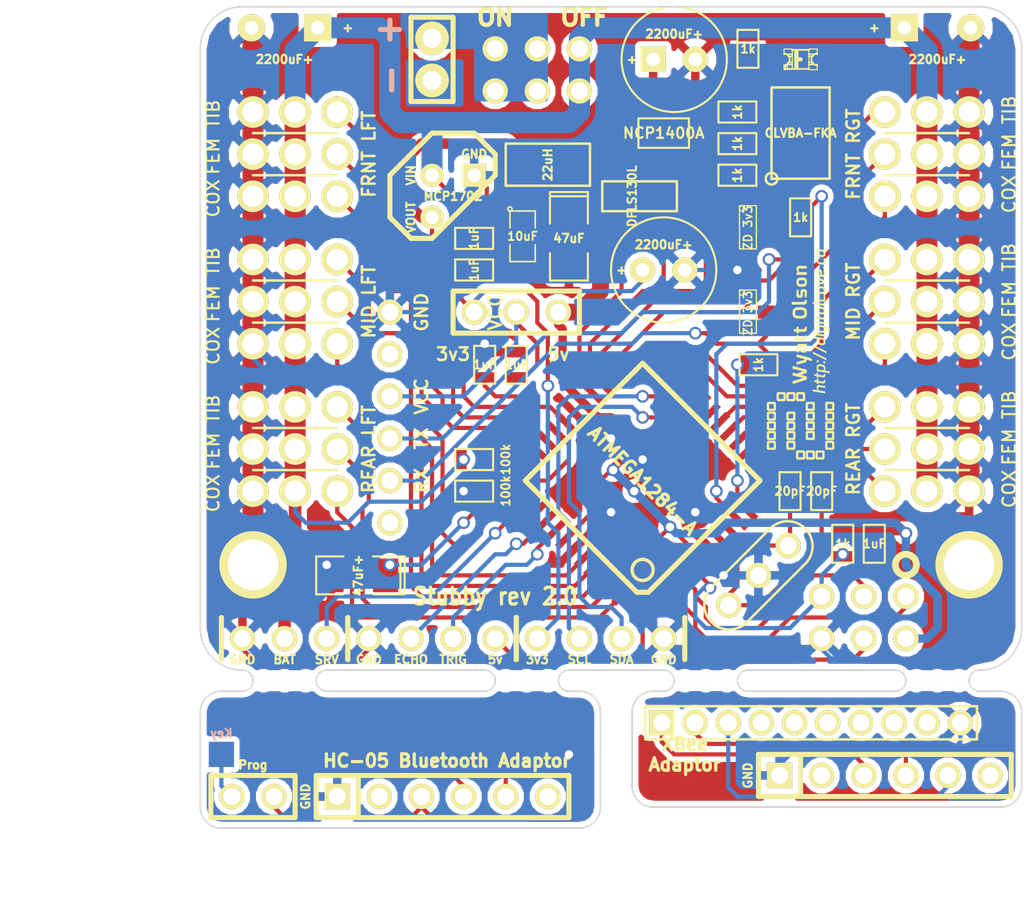
<source format=kicad_pcb>
(kicad_pcb (version 3) (host pcbnew "(2013-dec-23)-stable")
  (title_block (title "Stubby Controller") (rev 2.0) (company DigitalCave))
  (layers (15 F.Cu signal) (0 B.Cu signal) (18 B.Paste user) (19 F.Paste user) (20 B.SilkS user) (21 F.SilkS user) (22 B.Mask user) (23 F.Mask user) (28 Edge.Cuts user))
  (net 0 "")
  (net 1 +3.3V)
  (net 2 +5V)
  (net 3 +BATT)
  (net 4 /ADC_BATTERY_METER)
  (net 5 /AREF)
  (net 6 /AVR_RX)
  (net 7 /AVR_TX)
  (net 8 /BATTERY)
  (net 9 /BLUETOOTH_GND)
  (net 10 /DIST_ECHO)
  (net 11 /DIST_SERVO)
  (net 12 /DIST_TRIG)
  (net 13 /I2C_SCL)
  (net 14 /I2C_SDA)
  (net 15 /LED_BL)
  (net 16 /LED_BL_R)
  (net 17 /LED_GR)
  (net 18 /LED_GR_R)
  (net 19 /LED_RD)
  (net 20 /LED_RD_R)
  (net 21 /MISO)
  (net 22 /MOSI)
  (net 23 /PWM00)
  (net 24 /PWM01)
  (net 25 /PWM02)
  (net 26 /PWM03)
  (net 27 /PWM04)
  (net 28 /PWM05)
  (net 29 /PWM06)
  (net 30 /PWM07)
  (net 31 /PWM08)
  (net 32 /PWM09)
  (net 33 /PWM10)
  (net 34 /PWM11)
  (net 35 /PWM12)
  (net 36 /PWM13)
  (net 37 /PWM14)
  (net 38 /PWM15)
  (net 39 /PWM16)
  (net 40 /PWM17)
  (net 41 /RESET)
  (net 42 /SCK)
  (net 43 /XBEE_GND)
  (net 44 /XTAL1)
  (net 45 /XTAL2)
  (net 46 GND)
  (net 47 N-0000010)
  (net 48 N-0000012)
  (net 49 N-0000013)
  (net 50 N-0000017)
  (net 51 N-000002)
  (net 52 N-000003)
  (net 53 N-0000039)
  (net 54 N-000005)
  (net 55 N-000006)
  (net 56 N-000007)
  (net 57 N-000008)
  (net 58 N-000009)
  (module SIL-2 (layer F.Cu) (at 49.53 17.78 270)
    (fp_text reference P1 hide)
    (fp_text value "BATT (4.8V-6V)" hide)
    (pad 1 thru_hole circle (at -1.27 0 270) (size 2.032 2.032) (drill 1.143) (layers *.Cu *.Mask F.SilkS) (net 8 /BATTERY))
    (pad 2 thru_hole circle (at 1.27 0 270) (size 2.032 2.032) (drill 1.143) (layers *.Cu *.Mask F.SilkS) (net 46 GND))
  )
  (module SIL-4 (layer F.Cu) (at 59.69 52.705)
    (fp_text reference P10 hide)
    (fp_text value CONN_4 hide)
    (pad 1 thru_hole circle (at -3.81 0) (size 1.524 1.524) (drill 1.016) (layers *.Cu *.Mask F.SilkS) (net 1 +3.3V))
    (pad 2 thru_hole circle (at -1.27 0) (size 1.524 1.524) (drill 1.016) (layers *.Cu *.Mask F.SilkS) (net 14 /I2C_SDA))
    (pad 3 thru_hole circle (at 1.27 0) (size 1.524 1.524) (drill 1.016) (layers *.Cu *.Mask F.SilkS) (net 13 /I2C_SCL))
    (pad 4 thru_hole circle (at 3.81 0) (size 1.524 1.524) (drill 1.016) (layers *.Cu *.Mask F.SilkS) (net 46 GND))
  )
  (module SIL-4 (layer F.Cu) (at 49.53 52.705 180)
    (fp_text reference P11 hide)
    (fp_text value CONN_4 hide)
    (pad 1 thru_hole circle (at -3.81 0 180) (size 1.524 1.524) (drill 1.016) (layers *.Cu *.Mask F.SilkS) (net 2 +5V))
    (pad 2 thru_hole circle (at -1.27 0 180) (size 1.524 1.524) (drill 1.016) (layers *.Cu *.Mask F.SilkS) (net 12 /DIST_TRIG))
    (pad 3 thru_hole circle (at 1.27 0 180) (size 1.524 1.524) (drill 1.016) (layers *.Cu *.Mask F.SilkS) (net 10 /DIST_ECHO))
    (pad 4 thru_hole circle (at 3.81 0 180) (size 1.524 1.524) (drill 1.016) (layers *.Cu *.Mask F.SilkS) (net 46 GND))
  )
  (module SIL-3 (layer F.Cu) (at 40.64 52.705)
    (fp_text reference S7 hide)
    (fp_text value CONN_3 hide)
    (pad 1 thru_hole circle (at -2.54 0) (size 1.524 1.524) (drill 1.016) (layers *.Cu *.Mask F.SilkS) (net 46 GND))
    (pad 2 thru_hole circle (at 0 0) (size 1.524 1.524) (drill 1.016) (layers *.Cu *.Mask F.SilkS) (net 3 +BATT))
    (pad 3 thru_hole circle (at 2.54 0) (size 1.524 1.524) (drill 1.016) (layers *.Cu *.Mask F.SilkS) (net 11 /DIST_SERVO))
  )
  (module C1V8 (layer F.Cu) (at 40.64 15.875 180)
    (fp_text reference C5 hide)
    (fp_text value 2200uF+ (at 0 -1.905 180) (layer F.SilkS) (effects (font (size 0.508 0.508) (thickness 0.127))))
    (fp_text user + (at -3.81 0 180) (layer F.SilkS) (effects (font (size 0.508 0.508) (thickness 0.127))))
    (pad 1 thru_hole rect (at -2 0 180) (size 1.651 1.651) (drill 0.8128) (layers *.Cu *.Mask F.SilkS) (net 3 +BATT))
    (pad 2 thru_hole circle (at 2 0 180) (size 1.651 1.651) (drill 0.8128) (layers *.Cu *.Mask F.SilkS) (net 46 GND))
  )
  (module SIL-6 (layer F.Cu) (at 46.99 39.37 270)
    (fp_text reference P6 hide)
    (fp_text value CONN_6 hide)
    (fp_text user RX (at 3.81 -1.905 270) (layer F.SilkS) (effects (font (size 0.762 0.762))))
    (fp_text user TX (at 1.27 -1.905 270) (layer F.SilkS) (effects (font (size 0.762 0.762))))
    (fp_text user VCC (at -1.27 -1.905 270) (layer F.SilkS) (effects (font (size 0.762 0.762))))
    (fp_text user GND (at -6.35 -1.905 270) (layer F.SilkS) (effects (font (size 0.762 0.762))))
    (pad 1 thru_hole circle (at -6.35 0 270) (size 1.524 1.524) (drill 1.016) (layers *.Cu *.Mask F.SilkS) (net 46 GND))
    (pad 2 thru_hole circle (at -3.81 0 270) (size 1.524 1.524) (drill 1.016) (layers *.Cu *.Mask F.SilkS))
    (pad 3 thru_hole circle (at -1.27 0 270) (size 1.524 1.524) (drill 1.016) (layers *.Cu *.Mask F.SilkS) (net 50 N-0000017))
    (pad 4 thru_hole circle (at 1.27 0 270) (size 1.524 1.524) (drill 1.016) (layers *.Cu *.Mask F.SilkS) (net 48 N-0000012))
    (pad 5 thru_hole circle (at 3.81 0 270) (size 1.524 1.524) (drill 1.016) (layers *.Cu *.Mask F.SilkS) (net 49 N-0000013))
    (pad 6 thru_hole circle (at 6.35 0 270) (size 1.524 1.524) (drill 1.016) (layers *.Cu *.Mask F.SilkS))
  )
  (module SIL-3 (layer F.Cu) (at 54.61 33.02 180)
    (fp_text reference JP1 hide)
    (fp_text value CONN_3 hide)
    (fp_text user VCC (at 1.27 0 270) (layer F.SilkS) (effects (font (size 0.762 0.762))))
    (fp_text user 3v3 (at 3.81 -2.54 180) (layer F.SilkS) (effects (font (size 0.762 0.762))))
    (fp_text user 5v (at -2.54 -2.54 180) (layer F.SilkS) (effects (font (size 0.762 0.762))))
    (pad 1 thru_hole circle (at -2.54 0 180) (size 1.524 1.524) (drill 1.016) (layers *.Cu *.Mask F.SilkS) (net 2 +5V))
    (pad 2 thru_hole circle (at 0 0 180) (size 1.524 1.524) (drill 1.016) (layers *.Cu *.Mask F.SilkS) (net 50 N-0000017))
    (pad 3 thru_hole circle (at 2.54 0 180) (size 1.524 1.524) (drill 1.016) (layers *.Cu *.Mask F.SilkS) (net 1 +3.3V))
  )
  (module C1V8 (layer F.Cu) (at 80.01 15.875)
    (fp_text reference C4 hide)
    (fp_text value 2200uF+ (at 0 1.905) (layer F.SilkS) (effects (font (size 0.508 0.508) (thickness 0.127))))
    (fp_text user + (at -3.81 0) (layer F.SilkS) (effects (font (size 0.508 0.508) (thickness 0.127))))
    (pad 1 thru_hole rect (at -2 0) (size 1.651 1.651) (drill 0.8128) (layers *.Cu *.Mask F.SilkS) (net 3 +BATT))
    (pad 2 thru_hole circle (at 2 0) (size 1.651 1.651) (drill 0.8128) (layers *.Cu *.Mask F.SilkS) (net 46 GND))
  )
  (module SIL-6 (layer F.Cu) (at 76.835 60.96)
    (fp_text reference P4 hide)
    (fp_text value CONN_6 hide)
    (pad 1 thru_hole rect (at -6.35 0) (size 1.524 1.524) (drill 1.016) (layers *.Cu *.Mask F.SilkS) (net 43 /XBEE_GND))
    (pad 2 thru_hole circle (at -3.81 0) (size 1.524 1.524) (drill 1.016) (layers *.Cu *.Mask F.SilkS))
    (pad 3 thru_hole circle (at -1.27 0) (size 1.524 1.524) (drill 1.016) (layers *.Cu *.Mask F.SilkS) (net 47 N-0000010))
    (pad 4 thru_hole circle (at 1.27 0) (size 1.524 1.524) (drill 1.016) (layers *.Cu *.Mask F.SilkS) (net 58 N-000009))
    (pad 5 thru_hole circle (at 3.81 0) (size 1.524 1.524) (drill 1.016) (layers *.Cu *.Mask F.SilkS) (net 54 N-000005))
    (pad 6 thru_hole circle (at 6.35 0) (size 1.524 1.524) (drill 1.016) (layers *.Cu *.Mask F.SilkS))
  )
  (module SIL-10 (layer F.Cu) (at 72.39 57.785)
    (fp_text reference P3 hide)
    (fp_text value CONN_10 hide)
    (pad 1 thru_hole rect (at -9 0) (size 1.524 1.524) (drill 1.016) (layers *.Cu *.Mask F.SilkS) (net 47 N-0000010))
    (pad 2 thru_hole circle (at -7 0) (size 1.524 1.524) (drill 1.016) (layers *.Cu *.Mask F.SilkS) (net 58 N-000009))
    (pad 3 thru_hole circle (at -5 0) (size 1.524 1.524) (drill 1.016) (layers *.Cu *.Mask F.SilkS) (net 54 N-000005))
    (pad 4 thru_hole circle (at -3 0) (size 1.524 1.524) (drill 1.016) (layers *.Cu *.Mask F.SilkS))
    (pad 5 thru_hole circle (at -1 0) (size 1.524 1.524) (drill 1.016) (layers *.Cu *.Mask F.SilkS))
    (pad 6 thru_hole circle (at 1 0) (size 1.524 1.524) (drill 1.016) (layers *.Cu *.Mask F.SilkS))
    (pad 7 thru_hole circle (at 3 0) (size 1.524 1.524) (drill 1.016) (layers *.Cu *.Mask F.SilkS))
    (pad 8 thru_hole circle (at 5 0) (size 1.524 1.524) (drill 1.016) (layers *.Cu *.Mask F.SilkS))
    (pad 9 thru_hole circle (at 7 0) (size 1.524 1.524) (drill 1.016) (layers *.Cu *.Mask F.SilkS))
    (pad 10 thru_hole circle (at 9 0) (size 1.524 1.524) (drill 1.016) (layers *.Cu *.Mask F.SilkS) (net 43 /XBEE_GND))
  )
  (module SIL-2 (layer F.Cu) (at 38.735 62.23)
    (fp_text reference P9 hide)
    (fp_text value CONN_2 hide)
    (pad 1 thru_hole circle (at -1.27 0) (size 1.524 1.524) (drill 1.016) (layers *.Cu *.Mask F.SilkS) (net 56 N-000007))
    (pad 2 thru_hole circle (at 1.27 0) (size 1.524 1.524) (drill 1.016) (layers *.Cu *.Mask F.SilkS) (net 57 N-000008))
  )
  (module SIL-6 (layer F.Cu) (at 50.165 62.23)
    (fp_text reference P8 hide)
    (fp_text value CONN_6 hide)
    (pad 1 thru_hole rect (at -6.35 0) (size 1.524 1.524) (drill 1.016) (layers *.Cu *.Mask F.SilkS) (net 9 /BLUETOOTH_GND))
    (pad 2 thru_hole circle (at -3.81 0) (size 1.524 1.524) (drill 1.016) (layers *.Cu *.Mask F.SilkS))
    (pad 3 thru_hole circle (at -1.27 0) (size 1.524 1.524) (drill 1.016) (layers *.Cu *.Mask F.SilkS) (net 57 N-000008))
    (pad 4 thru_hole circle (at 1.27 0) (size 1.524 1.524) (drill 1.016) (layers *.Cu *.Mask F.SilkS) (net 52 N-000003))
    (pad 5 thru_hole circle (at 3.81 0) (size 1.524 1.524) (drill 1.016) (layers *.Cu *.Mask F.SilkS) (net 51 N-000002))
    (pad 6 thru_hole circle (at 6.35 0) (size 1.524 1.524) (drill 1.016) (layers *.Cu *.Mask F.SilkS))
  )
  (module SIL-1 (layer B.Cu) (at 36.83 59.69)
    (fp_text reference P7 hide)
    (fp_text value CONN_1 hide)
    (pad 1 smd rect (at 0 0) (size 1.524 1.524) (layers B.Cu B.Paste B.Mask) (net 56 N-000007))
  )
  (module SOT23 (layer F.Cu) (at 68.58 33.02 270)
    (fp_text reference ZD2 hide)
    (fp_text value "ZD 3v3" (at 0.0635 0 270) (layer F.SilkS) (effects (font (size 0.50038 0.50038) (thickness 0.09906))))
    (pad 2 smd rect (at 0 -1.09982 270) (size 0.8001 1.00076) (layers F.Cu F.Paste F.Mask) (net 49 N-0000013))
    (pad 3 smd rect (at 0.9525 1.09982 270) (size 0.8001 1.00076) (layers F.Cu F.Paste F.Mask))
    (pad 1 smd rect (at -0.9525 1.09982 270) (size 0.8001 1.00076) (layers F.Cu F.Paste F.Mask) (net 46 GND))
  )
  (module 1pin (layer F.Cu) (at 81.915 48.26)
    (fp_text reference 1PIN hide)
    (fp_text value P*** hide)
    (pad 1 thru_hole circle (at 0 0) (size 4.064 4.064) (drill 3.048) (layers *.Cu *.Mask F.SilkS) (net 46 GND))
  )
  (module SOT23 (layer F.Cu) (at 68.58 27.94 270)
    (fp_text reference ZD1 hide)
    (fp_text value "ZD 3v3" (at 0 0 270) (layer F.SilkS) (effects (font (size 0.50038 0.50038) (thickness 0.09906))))
    (pad 2 smd rect (at 0 -1.09982 270) (size 0.8001 1.00076) (layers F.Cu F.Paste F.Mask) (net 6 /AVR_RX))
    (pad 3 smd rect (at 0.9525 1.09982 270) (size 0.8001 1.00076) (layers F.Cu F.Paste F.Mask))
    (pad 1 smd rect (at -0.9525 1.09982 270) (size 0.8001 1.00076) (layers F.Cu F.Paste F.Mask) (net 46 GND))
  )
  (module 1pin (layer F.Cu) (at 38.735 48.26)
    (fp_text reference 1PIN hide)
    (fp_text value P*** hide)
    (pad 1 thru_hole circle (at 0 0) (size 4.064 4.064) (drill 3.048) (layers *.Cu *.Mask F.SilkS) (net 46 GND))
  )
  (module DPDT (layer F.Cu) (at 55.88 18.415)
    (fp_text reference SW1 hide)
    (fp_text value DPDT hide)
    (pad 4 thru_hole circle (at -2.54 1.27) (size 1.524 1.524) (drill 1.016) (layers *.Cu *.Mask F.SilkS) (net 8 /BATTERY))
    (pad 1 thru_hole circle (at -2.54 -1.27) (size 1.524 1.524) (drill 1.016) (layers *.Cu *.Mask F.SilkS) (net 8 /BATTERY))
    (pad 5 thru_hole circle (at 0 1.27) (size 1.524 1.524) (drill 1.016) (layers *.Cu *.Mask F.SilkS) (net 8 /BATTERY))
    (pad 2 thru_hole circle (at 0 -1.27) (size 1.524 1.524) (drill 1.016) (layers *.Cu *.Mask F.SilkS) (net 8 /BATTERY))
    (pad 6 thru_hole circle (at 2.54 1.27) (size 1.524 1.524) (drill 1.016) (layers *.Cu *.Mask F.SilkS) (net 3 +BATT))
    (pad 3 thru_hole circle (at 2.54 -1.27) (size 1.524 1.524) (drill 1.016) (layers *.Cu *.Mask F.SilkS) (net 3 +BATT))
  )
  (module DIGITALCAVE_LOGO_WIDE_SMALL (layer F.Cu) (at 71.755 35.56 90)
    (fp_text reference VAL hide)
    (fp_text value DIGITALCAVE_LOGO_WIDE_SMALL hide)
  )
  (module HEX_LEG (layer F.Cu) (at 41.91 30.48 180)
    (fp_text reference S3 hide)
    (fp_text value "MID LFT" (at -3.81 -1.905 270) (layer F.SilkS) (effects (font (size 0.762 0.762))))
    (fp_text user TIB (at 5.588 0.508 270) (layer F.SilkS) (effects (font (size 0.762 0.762) (thickness 0.127))))
    (fp_text user FEM (at 5.588 -2.032 270) (layer F.SilkS) (effects (font (size 0.762 0.762) (thickness 0.127))))
    (fp_text user COX (at 5.588 -4.572 270) (layer F.SilkS) (effects (font (size 0.762 0.762) (thickness 0.127))))
    (pad 1 thru_hole circle (at -1.905 -4.445 90) (size 1.905 1.905) (drill 1.27) (layers *.Cu *.Mask F.SilkS) (net 29 /PWM06))
    (pad 2 thru_hole circle (at -1.905 -1.905 90) (size 1.905 1.905) (drill 1.27) (layers *.Cu *.Mask F.SilkS) (net 30 /PWM07))
    (pad 3 thru_hole circle (at -1.905 0.635 90) (size 1.905 1.905) (drill 1.27) (layers *.Cu *.Mask F.SilkS) (net 31 /PWM08))
    (pad 4 thru_hole circle (at 0.635 -4.445 90) (size 1.905 1.905) (drill 1.27) (layers *.Cu *.Mask F.SilkS) (net 3 +BATT))
    (pad 5 thru_hole circle (at 0.635 -1.905 90) (size 1.905 1.905) (drill 1.27) (layers *.Cu *.Mask F.SilkS) (net 3 +BATT))
    (pad 6 thru_hole circle (at 0.635 0.635 90) (size 1.905 1.905) (drill 1.27) (layers *.Cu *.Mask F.SilkS) (net 3 +BATT))
    (pad 7 thru_hole circle (at 3.175 -4.445 90) (size 1.905 1.905) (drill 1.27) (layers *.Cu *.Mask F.SilkS) (net 46 GND))
    (pad 8 thru_hole circle (at 3.175 -1.905 90) (size 1.905 1.905) (drill 1.27) (layers *.Cu *.Mask F.SilkS) (net 46 GND))
    (pad 9 thru_hole circle (at 3.175 0.635 90) (size 1.905 1.905) (drill 1.27) (layers *.Cu *.Mask F.SilkS) (net 46 GND))
  )
  (module HEX_LEG (layer F.Cu) (at 41.91 21.59 180)
    (fp_text reference S1 hide)
    (fp_text value "FRNT LFT" (at -3.81 -1.905 270) (layer F.SilkS) (effects (font (size 0.762 0.762))))
    (fp_text user TIB (at 5.588 0.508 270) (layer F.SilkS) (effects (font (size 0.762 0.762) (thickness 0.127))))
    (fp_text user FEM (at 5.588 -2.032 270) (layer F.SilkS) (effects (font (size 0.762 0.762) (thickness 0.127))))
    (fp_text user COX (at 5.588 -4.572 270) (layer F.SilkS) (effects (font (size 0.762 0.762) (thickness 0.127))))
    (pad 1 thru_hole circle (at -1.905 -4.445 90) (size 1.905 1.905) (drill 1.27) (layers *.Cu *.Mask F.SilkS) (net 23 /PWM00))
    (pad 2 thru_hole circle (at -1.905 -1.905 90) (size 1.905 1.905) (drill 1.27) (layers *.Cu *.Mask F.SilkS) (net 24 /PWM01))
    (pad 3 thru_hole circle (at -1.905 0.635 90) (size 1.905 1.905) (drill 1.27) (layers *.Cu *.Mask F.SilkS) (net 25 /PWM02))
    (pad 4 thru_hole circle (at 0.635 -4.445 90) (size 1.905 1.905) (drill 1.27) (layers *.Cu *.Mask F.SilkS) (net 3 +BATT))
    (pad 5 thru_hole circle (at 0.635 -1.905 90) (size 1.905 1.905) (drill 1.27) (layers *.Cu *.Mask F.SilkS) (net 3 +BATT))
    (pad 6 thru_hole circle (at 0.635 0.635 90) (size 1.905 1.905) (drill 1.27) (layers *.Cu *.Mask F.SilkS) (net 3 +BATT))
    (pad 7 thru_hole circle (at 3.175 -4.445 90) (size 1.905 1.905) (drill 1.27) (layers *.Cu *.Mask F.SilkS) (net 46 GND))
    (pad 8 thru_hole circle (at 3.175 -1.905 90) (size 1.905 1.905) (drill 1.27) (layers *.Cu *.Mask F.SilkS) (net 46 GND))
    (pad 9 thru_hole circle (at 3.175 0.635 90) (size 1.905 1.905) (drill 1.27) (layers *.Cu *.Mask F.SilkS) (net 46 GND))
  )
  (module HEX_LEG (layer F.Cu) (at 41.91 39.37 180)
    (fp_text reference S5 hide)
    (fp_text value "REAR LFT" (at -3.81 -1.905 270) (layer F.SilkS) (effects (font (size 0.762 0.762))))
    (fp_text user TIB (at 5.588 0.508 270) (layer F.SilkS) (effects (font (size 0.762 0.762) (thickness 0.127))))
    (fp_text user FEM (at 5.588 -2.032 270) (layer F.SilkS) (effects (font (size 0.762 0.762) (thickness 0.127))))
    (fp_text user COX (at 5.588 -4.572 270) (layer F.SilkS) (effects (font (size 0.762 0.762) (thickness 0.127))))
    (pad 1 thru_hole circle (at -1.905 -4.445 90) (size 1.905 1.905) (drill 1.27) (layers *.Cu *.Mask F.SilkS) (net 35 /PWM12))
    (pad 2 thru_hole circle (at -1.905 -1.905 90) (size 1.905 1.905) (drill 1.27) (layers *.Cu *.Mask F.SilkS) (net 36 /PWM13))
    (pad 3 thru_hole circle (at -1.905 0.635 90) (size 1.905 1.905) (drill 1.27) (layers *.Cu *.Mask F.SilkS) (net 37 /PWM14))
    (pad 4 thru_hole circle (at 0.635 -4.445 90) (size 1.905 1.905) (drill 1.27) (layers *.Cu *.Mask F.SilkS) (net 3 +BATT))
    (pad 5 thru_hole circle (at 0.635 -1.905 90) (size 1.905 1.905) (drill 1.27) (layers *.Cu *.Mask F.SilkS) (net 3 +BATT))
    (pad 6 thru_hole circle (at 0.635 0.635 90) (size 1.905 1.905) (drill 1.27) (layers *.Cu *.Mask F.SilkS) (net 3 +BATT))
    (pad 7 thru_hole circle (at 3.175 -4.445 90) (size 1.905 1.905) (drill 1.27) (layers *.Cu *.Mask F.SilkS) (net 46 GND))
    (pad 8 thru_hole circle (at 3.175 -1.905 90) (size 1.905 1.905) (drill 1.27) (layers *.Cu *.Mask F.SilkS) (net 46 GND))
    (pad 9 thru_hole circle (at 3.175 0.635 90) (size 1.905 1.905) (drill 1.27) (layers *.Cu *.Mask F.SilkS) (net 46 GND))
  )
  (module HEX_LEG_REVERSE (layer F.Cu) (at 78.74 25.4)
    (fp_text reference S2 hide)
    (fp_text value "FRNT RGT" (at -3.81 -1.905 90) (layer F.SilkS) (effects (font (size 0.762 0.762))))
    (fp_text user TIB (at 5.588 -4.572 90) (layer F.SilkS) (effects (font (size 0.762 0.762) (thickness 0.127))))
    (fp_text user FEM (at 5.588 -2.032 90) (layer F.SilkS) (effects (font (size 0.762 0.762) (thickness 0.127))))
    (fp_text user COX (at 5.588 0.508 90) (layer F.SilkS) (effects (font (size 0.762 0.762) (thickness 0.127))))
    (pad 1 thru_hole circle (at -1.905 -4.445 270) (size 1.905 1.905) (drill 1.27) (layers *.Cu *.Mask F.SilkS) (net 26 /PWM03))
    (pad 2 thru_hole circle (at -1.905 -1.905 270) (size 1.905 1.905) (drill 1.27) (layers *.Cu *.Mask F.SilkS) (net 27 /PWM04))
    (pad 3 thru_hole circle (at -1.905 0.635 270) (size 1.905 1.905) (drill 1.27) (layers *.Cu *.Mask F.SilkS) (net 28 /PWM05))
    (pad 4 thru_hole circle (at 0.635 -4.445 270) (size 1.905 1.905) (drill 1.27) (layers *.Cu *.Mask F.SilkS) (net 3 +BATT))
    (pad 5 thru_hole circle (at 0.635 -1.905 270) (size 1.905 1.905) (drill 1.27) (layers *.Cu *.Mask F.SilkS) (net 3 +BATT))
    (pad 6 thru_hole circle (at 0.635 0.635 270) (size 1.905 1.905) (drill 1.27) (layers *.Cu *.Mask F.SilkS) (net 3 +BATT))
    (pad 7 thru_hole circle (at 3.175 -4.445 270) (size 1.905 1.905) (drill 1.27) (layers *.Cu *.Mask F.SilkS) (net 46 GND))
    (pad 8 thru_hole circle (at 3.175 -1.905 270) (size 1.905 1.905) (drill 1.27) (layers *.Cu *.Mask F.SilkS) (net 46 GND))
    (pad 9 thru_hole circle (at 3.175 0.635 270) (size 1.905 1.905) (drill 1.27) (layers *.Cu *.Mask F.SilkS) (net 46 GND))
  )
  (module HEX_LEG_REVERSE (layer F.Cu) (at 78.74 34.29)
    (fp_text reference S4 hide)
    (fp_text value "MID RGT" (at -3.81 -1.905 90) (layer F.SilkS) (effects (font (size 0.762 0.762))))
    (fp_text user TIB (at 5.588 -4.572 90) (layer F.SilkS) (effects (font (size 0.762 0.762) (thickness 0.127))))
    (fp_text user FEM (at 5.588 -2.032 90) (layer F.SilkS) (effects (font (size 0.762 0.762) (thickness 0.127))))
    (fp_text user COX (at 5.588 0.508 90) (layer F.SilkS) (effects (font (size 0.762 0.762) (thickness 0.127))))
    (pad 1 thru_hole circle (at -1.905 -4.445 270) (size 1.905 1.905) (drill 1.27) (layers *.Cu *.Mask F.SilkS) (net 32 /PWM09))
    (pad 2 thru_hole circle (at -1.905 -1.905 270) (size 1.905 1.905) (drill 1.27) (layers *.Cu *.Mask F.SilkS) (net 33 /PWM10))
    (pad 3 thru_hole circle (at -1.905 0.635 270) (size 1.905 1.905) (drill 1.27) (layers *.Cu *.Mask F.SilkS) (net 34 /PWM11))
    (pad 4 thru_hole circle (at 0.635 -4.445 270) (size 1.905 1.905) (drill 1.27) (layers *.Cu *.Mask F.SilkS) (net 3 +BATT))
    (pad 5 thru_hole circle (at 0.635 -1.905 270) (size 1.905 1.905) (drill 1.27) (layers *.Cu *.Mask F.SilkS) (net 3 +BATT))
    (pad 6 thru_hole circle (at 0.635 0.635 270) (size 1.905 1.905) (drill 1.27) (layers *.Cu *.Mask F.SilkS) (net 3 +BATT))
    (pad 7 thru_hole circle (at 3.175 -4.445 270) (size 1.905 1.905) (drill 1.27) (layers *.Cu *.Mask F.SilkS) (net 46 GND))
    (pad 8 thru_hole circle (at 3.175 -1.905 270) (size 1.905 1.905) (drill 1.27) (layers *.Cu *.Mask F.SilkS) (net 46 GND))
    (pad 9 thru_hole circle (at 3.175 0.635 270) (size 1.905 1.905) (drill 1.27) (layers *.Cu *.Mask F.SilkS) (net 46 GND))
  )
  (module HEX_LEG_REVERSE (layer F.Cu) (at 78.74 43.18)
    (fp_text reference S6 hide)
    (fp_text value "REAR RGT" (at -3.81 -1.905 90) (layer F.SilkS) (effects (font (size 0.762 0.762))))
    (fp_text user TIB (at 5.588 -4.572 90) (layer F.SilkS) (effects (font (size 0.762 0.762) (thickness 0.127))))
    (fp_text user FEM (at 5.588 -2.032 90) (layer F.SilkS) (effects (font (size 0.762 0.762) (thickness 0.127))))
    (fp_text user COX (at 5.588 0.508 90) (layer F.SilkS) (effects (font (size 0.762 0.762) (thickness 0.127))))
    (pad 1 thru_hole circle (at -1.905 -4.445 270) (size 1.905 1.905) (drill 1.27) (layers *.Cu *.Mask F.SilkS) (net 38 /PWM15))
    (pad 2 thru_hole circle (at -1.905 -1.905 270) (size 1.905 1.905) (drill 1.27) (layers *.Cu *.Mask F.SilkS) (net 39 /PWM16))
    (pad 3 thru_hole circle (at -1.905 0.635 270) (size 1.905 1.905) (drill 1.27) (layers *.Cu *.Mask F.SilkS) (net 40 /PWM17))
    (pad 4 thru_hole circle (at 0.635 -4.445 270) (size 1.905 1.905) (drill 1.27) (layers *.Cu *.Mask F.SilkS) (net 3 +BATT))
    (pad 5 thru_hole circle (at 0.635 -1.905 270) (size 1.905 1.905) (drill 1.27) (layers *.Cu *.Mask F.SilkS) (net 3 +BATT))
    (pad 6 thru_hole circle (at 0.635 0.635 270) (size 1.905 1.905) (drill 1.27) (layers *.Cu *.Mask F.SilkS) (net 3 +BATT))
    (pad 7 thru_hole circle (at 3.175 -4.445 270) (size 1.905 1.905) (drill 1.27) (layers *.Cu *.Mask F.SilkS) (net 46 GND))
    (pad 8 thru_hole circle (at 3.175 -1.905 270) (size 1.905 1.905) (drill 1.27) (layers *.Cu *.Mask F.SilkS) (net 46 GND))
    (pad 9 thru_hole circle (at 3.175 0.635 270) (size 1.905 1.905) (drill 1.27) (layers *.Cu *.Mask F.SilkS) (net 46 GND))
  )
  (module TQFP44 (layer F.Cu) (at 62.23 43.18 135)
    (fp_text reference IC1 hide)
    (fp_text value ATMEGA1284-A (at 0 0 135) (layer F.SilkS) (effects (font (size 0.762 0.762) (thickness 0.1905))))
    (pad 39 smd rect (at 0 -5.715 135) (size 0.4064 1.524) (layers F.Cu F.Paste F.Mask) (net 46 GND))
    (pad 40 smd rect (at -0.8001 -5.715 135) (size 0.4064 1.524) (layers F.Cu F.Paste F.Mask) (net 30 /PWM07))
    (pad 41 smd rect (at -1.6002 -5.715 135) (size 0.4064 1.524) (layers F.Cu F.Paste F.Mask) (net 29 /PWM06))
    (pad 42 smd rect (at -2.4003 -5.715 135) (size 0.4064 1.524) (layers F.Cu F.Paste F.Mask) (net 37 /PWM14))
    (pad 43 smd rect (at -3.2004 -5.715 135) (size 0.4064 1.524) (layers F.Cu F.Paste F.Mask) (net 36 /PWM13))
    (pad 44 smd rect (at -4.0005 -5.715 135) (size 0.4064 1.524) (layers F.Cu F.Paste F.Mask) (net 35 /PWM12))
    (pad 38 smd rect (at 0.8001 -5.715 135) (size 0.4064 1.524) (layers F.Cu F.Paste F.Mask) (net 2 +5V))
    (pad 37 smd rect (at 1.6002 -5.715 135) (size 0.4064 1.524) (layers F.Cu F.Paste F.Mask) (net 12 /DIST_TRIG))
    (pad 36 smd rect (at 2.4003 -5.715 135) (size 0.4064 1.524) (layers F.Cu F.Paste F.Mask) (net 10 /DIST_ECHO))
    (pad 35 smd rect (at 3.2004 -5.715 135) (size 0.4064 1.524) (layers F.Cu F.Paste F.Mask) (net 11 /DIST_SERVO))
    (pad 34 smd rect (at 4.0005 -5.715 135) (size 0.4064 1.524) (layers F.Cu F.Paste F.Mask) (net 31 /PWM08))
    (pad 17 smd rect (at 0 5.715 135) (size 0.4064 1.524) (layers F.Cu F.Paste F.Mask) (net 2 +5V))
    (pad 16 smd rect (at -0.8001 5.715 135) (size 0.4064 1.524) (layers F.Cu F.Paste F.Mask) (net 32 /PWM09))
    (pad 15 smd rect (at -1.6002 5.715 135) (size 0.4064 1.524) (layers F.Cu F.Paste F.Mask) (net 33 /PWM10))
    (pad 14 smd rect (at -2.4003 5.715 135) (size 0.4064 1.524) (layers F.Cu F.Paste F.Mask) (net 34 /PWM11))
    (pad 13 smd rect (at -3.2004 5.715 135) (size 0.4064 1.524) (layers F.Cu F.Paste F.Mask) (net 38 /PWM15))
    (pad 12 smd rect (at -4.0005 5.715 135) (size 0.4064 1.524) (layers F.Cu F.Paste F.Mask) (net 39 /PWM16))
    (pad 18 smd rect (at 0.8001 5.715 135) (size 0.4064 1.524) (layers F.Cu F.Paste F.Mask) (net 46 GND))
    (pad 19 smd rect (at 1.6002 5.715 135) (size 0.4064 1.524) (layers F.Cu F.Paste F.Mask) (net 13 /I2C_SCL))
    (pad 20 smd rect (at 2.4003 5.715 135) (size 0.4064 1.524) (layers F.Cu F.Paste F.Mask) (net 14 /I2C_SDA))
    (pad 21 smd rect (at 3.2004 5.715 135) (size 0.4064 1.524) (layers F.Cu F.Paste F.Mask) (net 28 /PWM05))
    (pad 22 smd rect (at 4.0005 5.715 135) (size 0.4064 1.524) (layers F.Cu F.Paste F.Mask) (net 27 /PWM04))
    (pad 6 smd rect (at -5.715 0 135) (size 1.524 0.4064) (layers F.Cu F.Paste F.Mask) (net 46 GND))
    (pad 28 smd rect (at 5.715 0 135) (size 1.524 0.4064) (layers F.Cu F.Paste F.Mask) (net 46 GND))
    (pad 7 smd rect (at -5.715 0.8001 135) (size 1.524 0.4064) (layers F.Cu F.Paste F.Mask) (net 45 /XTAL2))
    (pad 27 smd rect (at 5.715 0.8001 135) (size 1.524 0.4064) (layers F.Cu F.Paste F.Mask) (net 2 +5V))
    (pad 26 smd rect (at 5.715 1.6002 135) (size 1.524 0.4064) (layers F.Cu F.Paste F.Mask) (net 17 /LED_GR))
    (pad 8 smd rect (at -5.715 1.6002 135) (size 1.524 0.4064) (layers F.Cu F.Paste F.Mask) (net 44 /XTAL1))
    (pad 9 smd rect (at -5.715 2.4003 135) (size 1.524 0.4064) (layers F.Cu F.Paste F.Mask) (net 6 /AVR_RX))
    (pad 25 smd rect (at 5.715 2.4003 135) (size 1.524 0.4064) (layers F.Cu F.Paste F.Mask) (net 15 /LED_BL))
    (pad 24 smd rect (at 5.715 3.2004 135) (size 1.524 0.4064) (layers F.Cu F.Paste F.Mask) (net 19 /LED_RD))
    (pad 10 smd rect (at -5.715 3.2004 135) (size 1.524 0.4064) (layers F.Cu F.Paste F.Mask) (net 7 /AVR_TX))
    (pad 11 smd rect (at -5.715 4.0005 135) (size 1.524 0.4064) (layers F.Cu F.Paste F.Mask) (net 40 /PWM17))
    (pad 23 smd rect (at 5.715 4.0005 135) (size 1.524 0.4064) (layers F.Cu F.Paste F.Mask) (net 26 /PWM03))
    (pad 29 smd rect (at 5.715 -0.8001 135) (size 1.524 0.4064) (layers F.Cu F.Paste F.Mask) (net 5 /AREF))
    (pad 5 smd rect (at -5.715 -0.8001 135) (size 1.524 0.4064) (layers F.Cu F.Paste F.Mask) (net 2 +5V))
    (pad 4 smd rect (at -5.715 -1.6002 135) (size 1.524 0.4064) (layers F.Cu F.Paste F.Mask) (net 41 /RESET))
    (pad 30 smd rect (at 5.715 -1.6002 135) (size 1.524 0.4064) (layers F.Cu F.Paste F.Mask) (net 4 /ADC_BATTERY_METER))
    (pad 31 smd rect (at 5.715 -2.4003 135) (size 1.524 0.4064) (layers F.Cu F.Paste F.Mask) (net 25 /PWM02))
    (pad 3 smd rect (at -5.715 -2.4003 135) (size 1.524 0.4064) (layers F.Cu F.Paste F.Mask) (net 42 /SCK))
    (pad 2 smd rect (at -5.715 -3.2004 135) (size 1.524 0.4064) (layers F.Cu F.Paste F.Mask) (net 21 /MISO))
    (pad 32 smd rect (at 5.715 -3.2004 135) (size 1.524 0.4064) (layers F.Cu F.Paste F.Mask) (net 24 /PWM01))
    (pad 33 smd rect (at 5.715 -4.0005 135) (size 1.524 0.4064) (layers F.Cu F.Paste F.Mask) (net 23 /PWM00))
    (pad 1 smd rect (at -5.715 -4.0005 135) (size 1.524 0.4064) (layers F.Cu F.Paste F.Mask) (net 22 /MOSI))
  )
  (module ISP (layer F.Cu) (at 75.565 51.435 180)
    (fp_text reference P2 hide)
    (fp_text value PROG hide)
    (pad 1 thru_hole circle (at -2.54 1.27 180) (size 1.524 1.524) (drill 1.016) (layers *.Cu *.Mask F.SilkS) (net 21 /MISO))
    (pad 2 thru_hole circle (at -2.54 -1.27 180) (size 1.524 1.524) (drill 1.016) (layers *.Cu *.Mask F.SilkS) (net 2 +5V))
    (pad 3 thru_hole circle (at 0 1.27 180) (size 1.524 1.524) (drill 1.016) (layers *.Cu *.Mask F.SilkS) (net 42 /SCK))
    (pad 4 thru_hole circle (at 0 -1.27 180) (size 1.524 1.524) (drill 1.016) (layers *.Cu *.Mask F.SilkS) (net 22 /MOSI))
    (pad 5 thru_hole circle (at 2.54 1.27 180) (size 1.524 1.524) (drill 1.016) (layers *.Cu *.Mask F.SilkS) (net 41 /RESET))
    (pad 6 thru_hole circle (at 2.54 -1.27 180) (size 1.524 1.524) (drill 1.016) (layers *.Cu *.Mask F.SilkS) (net 46 GND))
  )
  (module TO92 (layer F.Cu) (at 50.8 26.035)
    (fp_text reference VR1 hide)
    (fp_text value MCP1702 (at 0 0) (layer F.SilkS) (effects (font (size 0.508 0.508) (thickness 0.127))))
    (pad 1 thru_hole rect (at 1.27 -1.27) (size 1.397 1.397) (drill 0.8128) (layers *.Cu *.Mask F.SilkS) (net 46 GND))
    (pad 2 thru_hole circle (at -1.27 -1.27) (size 1.397 1.397) (drill 0.8128) (layers *.Cu *.Mask F.SilkS) (net 3 +BATT))
    (pad 3 thru_hole circle (at -1.27 1.27) (size 1.397 1.397) (drill 0.8128) (layers *.Cu *.Mask F.SilkS) (net 1 +3.3V))
  )
  (module CRYSTAL_RESONATOR (layer F.Cu) (at 69.215 48.895 225)
    (fp_text reference X1 hide)
    (fp_text value CRYSTAL_RESONATOR hide)
    (pad 1 thru_hole circle (at -2.54 0 225) (size 1.524 1.524) (drill 1.016) (layers *.Cu *.Mask F.SilkS) (net 44 /XTAL1))
    (pad 2 thru_hole circle (at 2.54 0 225) (size 1.524 1.524) (drill 1.016) (layers *.Cu *.Mask F.SilkS) (net 45 /XTAL2))
    (pad 3 thru_hole circle (at 0 0 225) (size 1.524 1.524) (drill 1.016) (layers *.Cu *.Mask F.SilkS) (net 46 GND))
  )
  (module HC05_Edge (layer F.Cu) (at 54.61 57.785)
    (fp_text reference P5 hide)
    (fp_text value CONN_13 hide)
    (pad 1 smd rect (at -14.5 0) (size 1.1 2.5) (layers F.Cu F.Paste F.Mask) (net 52 N-000003))
    (pad 2 smd rect (at -13 0) (size 1.1 2.5) (layers F.Cu F.Paste F.Mask) (net 51 N-000002))
    (pad 3 smd rect (at -11.5 0) (size 1.1 2.5) (layers F.Cu F.Paste F.Mask))
    (pad 4 smd rect (at -10 0) (size 1.1 2.5) (layers F.Cu F.Paste F.Mask))
    (pad 5 smd rect (at -8.5 0) (size 1.1 2.5) (layers F.Cu F.Paste F.Mask))
    (pad 6 smd rect (at -7 0) (size 1.1 2.5) (layers F.Cu F.Paste F.Mask))
    (pad 7 smd rect (at -5.5 0) (size 1.1 2.5) (layers F.Cu F.Paste F.Mask))
    (pad 8 smd rect (at -4 0) (size 1.1 2.5) (layers F.Cu F.Paste F.Mask))
    (pad 9 smd rect (at -2.5 0) (size 1.1 2.5) (layers F.Cu F.Paste F.Mask))
    (pad 10 smd rect (at -1 0) (size 1.1 2.5) (layers F.Cu F.Paste F.Mask))
    (pad 11 smd rect (at 0.5 0) (size 1.1 2.5) (layers F.Cu F.Paste F.Mask))
    (pad 12 smd rect (at 2 0) (size 1.1 2.5) (layers F.Cu F.Paste F.Mask) (net 57 N-000008))
    (pad 13 smd rect (at 3.5 0) (size 1.1 2.5) (layers F.Cu F.Paste F.Mask) (net 9 /BLUETOOTH_GND))
  )
  (module SM0603_VALUE (layer F.Cu) (at 71.755 27.305 270)
    (fp_text reference R9 hide)
    (fp_text value 1k (at 0 0 360) (layer F.SilkS) (effects (font (size 0.508 0.508) (thickness 0.1143))))
    (pad 1 smd rect (at -0.762 0 270) (size 0.635 1.143) (layers F.Cu F.Paste F.Mask) (net 6 /AVR_RX))
    (pad 2 smd rect (at 0.762 0 270) (size 0.635 1.143) (layers F.Cu F.Paste F.Mask) (net 48 N-0000012))
  )
  (module SM0603_VALUE (layer F.Cu) (at 68.58 17.145 90)
    (fp_text reference R1 hide)
    (fp_text value 1k (at 0 0 180) (layer F.SilkS) (effects (font (size 0.508 0.508) (thickness 0.1143))))
    (pad 1 smd rect (at -0.762 0 90) (size 0.635 1.143) (layers F.Cu F.Paste F.Mask) (net 53 N-0000039))
    (pad 2 smd rect (at 0.762 0 90) (size 0.635 1.143) (layers F.Cu F.Paste F.Mask) (net 46 GND))
  )
  (module SM0603_VALUE (layer F.Cu) (at 73.025 43.815 270)
    (fp_text reference C11 hide)
    (fp_text value 20pF (at 0 0 360) (layer F.SilkS) (effects (font (size 0.508 0.508) (thickness 0.1143))))
    (pad 1 smd rect (at -0.762 0 270) (size 0.635 1.143) (layers F.Cu F.Paste F.Mask) (net 46 GND))
    (pad 2 smd rect (at 0.762 0 270) (size 0.635 1.143) (layers F.Cu F.Paste F.Mask) (net 45 /XTAL2))
  )
  (module SM0603_VALUE (layer F.Cu) (at 71.12 43.815 270)
    (fp_text reference C12 hide)
    (fp_text value 20pF (at 0 0 360) (layer F.SilkS) (effects (font (size 0.508 0.508) (thickness 0.1143))))
    (pad 1 smd rect (at -0.762 0 270) (size 0.635 1.143) (layers F.Cu F.Paste F.Mask) (net 46 GND))
    (pad 2 smd rect (at 0.762 0 270) (size 0.635 1.143) (layers F.Cu F.Paste F.Mask) (net 44 /XTAL1))
  )
  (module SM0603_VALUE (layer F.Cu) (at 69.215 36.195)
    (fp_text reference R8 hide)
    (fp_text value 1k (at 0 0 90) (layer F.SilkS) (effects (font (size 0.508 0.508) (thickness 0.1143))))
    (pad 1 smd rect (at -0.762 0) (size 0.635 1.143) (layers F.Cu F.Paste F.Mask) (net 7 /AVR_TX))
    (pad 2 smd rect (at 0.762 0) (size 0.635 1.143) (layers F.Cu F.Paste F.Mask) (net 49 N-0000013))
  )
  (module SM0603_VALUE (layer F.Cu) (at 74.295 46.99 270)
    (fp_text reference R4 hide)
    (fp_text value 1k (at 0 0 360) (layer F.SilkS) (effects (font (size 0.508 0.508) (thickness 0.1143))))
    (pad 1 smd rect (at -0.762 0 270) (size 0.635 1.143) (layers F.Cu F.Paste F.Mask) (net 2 +5V))
    (pad 2 smd rect (at 0.762 0 270) (size 0.635 1.143) (layers F.Cu F.Paste F.Mask) (net 41 /RESET))
  )
  (module SM0603_VALUE (layer F.Cu) (at 52.705 36.195 270)
    (fp_text reference C13 hide)
    (fp_text value 1uF (at 0 0 360) (layer F.SilkS) (effects (font (size 0.508 0.508) (thickness 0.1143))))
    (pad 1 smd rect (at -0.762 0 270) (size 0.635 1.143) (layers F.Cu F.Paste F.Mask) (net 46 GND))
    (pad 2 smd rect (at 0.762 0 270) (size 0.635 1.143) (layers F.Cu F.Paste F.Mask) (net 5 /AREF))
  )
  (module SM0603_VALUE (layer F.Cu) (at 52.07 28.575)
    (fp_text reference C3 hide)
    (fp_text value 1uF (at 0 0 90) (layer F.SilkS) (effects (font (size 0.508 0.508) (thickness 0.1143))))
    (pad 1 smd rect (at -0.762 0) (size 0.635 1.143) (layers F.Cu F.Paste F.Mask) (net 3 +BATT))
    (pad 2 smd rect (at 0.762 0) (size 0.635 1.143) (layers F.Cu F.Paste F.Mask) (net 46 GND))
  )
  (module SM0603_VALUE (layer F.Cu) (at 52.07 30.48)
    (fp_text reference C2 hide)
    (fp_text value 1uF (at 0 0 90) (layer F.SilkS) (effects (font (size 0.508 0.508) (thickness 0.1143))))
    (pad 1 smd rect (at -0.762 0) (size 0.635 1.143) (layers F.Cu F.Paste F.Mask) (net 1 +3.3V))
    (pad 2 smd rect (at 0.762 0) (size 0.635 1.143) (layers F.Cu F.Paste F.Mask) (net 46 GND))
  )
  (module SM0603_VALUE (layer F.Cu) (at 52.07 41.91)
    (fp_text reference R2 hide)
    (fp_text value 100k (at 1.905 0 90) (layer F.SilkS) (effects (font (size 0.508 0.508) (thickness 0.1143))))
    (pad 1 smd rect (at -0.762 0) (size 0.635 1.143) (layers F.Cu F.Paste F.Mask) (net 3 +BATT))
    (pad 2 smd rect (at 0.762 0) (size 0.635 1.143) (layers F.Cu F.Paste F.Mask) (net 4 /ADC_BATTERY_METER))
  )
  (module SM0603_VALUE (layer F.Cu) (at 52.07 43.815)
    (fp_text reference R3 hide)
    (fp_text value 100k (at 1.905 0 90) (layer F.SilkS) (effects (font (size 0.508 0.508) (thickness 0.1143))))
    (pad 1 smd rect (at -0.762 0) (size 0.635 1.143) (layers F.Cu F.Paste F.Mask) (net 46 GND))
    (pad 2 smd rect (at 0.762 0) (size 0.635 1.143) (layers F.Cu F.Paste F.Mask) (net 4 /ADC_BATTERY_METER))
  )
  (module SM0603_VALUE (layer F.Cu) (at 67.945 20.955)
    (fp_text reference R5 hide)
    (fp_text value 1k (at 0 0 90) (layer F.SilkS) (effects (font (size 0.508 0.508) (thickness 0.1143))))
    (pad 1 smd rect (at -0.762 0) (size 0.635 1.143) (layers F.Cu F.Paste F.Mask) (net 17 /LED_GR))
    (pad 2 smd rect (at 0.762 0) (size 0.635 1.143) (layers F.Cu F.Paste F.Mask) (net 18 /LED_GR_R))
  )
  (module SM0603_VALUE (layer F.Cu) (at 67.945 24.765)
    (fp_text reference R7 hide)
    (fp_text value 1k (at 0 0 90) (layer F.SilkS) (effects (font (size 0.508 0.508) (thickness 0.1143))))
    (pad 1 smd rect (at -0.762 0) (size 0.635 1.143) (layers F.Cu F.Paste F.Mask) (net 19 /LED_RD))
    (pad 2 smd rect (at 0.762 0) (size 0.635 1.143) (layers F.Cu F.Paste F.Mask) (net 20 /LED_RD_R))
  )
  (module SM0603_VALUE (layer F.Cu) (at 67.945 22.86)
    (fp_text reference R6 hide)
    (fp_text value 1k (at 0 0 90) (layer F.SilkS) (effects (font (size 0.508 0.508) (thickness 0.1143))))
    (pad 1 smd rect (at -0.762 0) (size 0.635 1.143) (layers F.Cu F.Paste F.Mask) (net 15 /LED_BL))
    (pad 2 smd rect (at 0.762 0) (size 0.635 1.143) (layers F.Cu F.Paste F.Mask) (net 16 /LED_BL_R))
  )
  (module LED-0805-MARKED_ANODE (layer F.Cu) (at 71.755 17.78 180)
    (fp_text reference D2 hide)
    (fp_text value LED hide)
    (pad 1 smd rect (at -1.04902 0 180) (size 1.19888 1.19888) (layers F.Cu F.Paste F.Mask) (net 2 +5V))
    (pad 2 smd rect (at 1.04902 0 180) (size 1.19888 1.19888) (layers F.Cu F.Paste F.Mask) (net 53 N-0000039))
  )
  (module SOT23-5 (layer F.Cu) (at 63.5 22.225)
    (fp_text reference VR2 hide)
    (fp_text value NCP1400A (at 0 0) (layer F.SilkS) (effects (font (size 0.635 0.635) (thickness 0.127))))
    (pad 1 smd rect (at -0.9525 1.27) (size 0.508 0.762) (layers F.Cu F.Paste F.Mask) (net 2 +5V))
    (pad 3 smd rect (at 0.9525 1.27) (size 0.508 0.762) (layers F.Cu F.Paste F.Mask))
    (pad 5 smd rect (at -0.9525 -1.27) (size 0.508 0.762) (layers F.Cu F.Paste F.Mask) (net 55 N-000006))
    (pad 2 smd rect (at 0 1.27) (size 0.508 0.762) (layers F.Cu F.Paste F.Mask) (net 2 +5V))
    (pad 4 smd rect (at 0.9525 -1.27) (size 0.508 0.762) (layers F.Cu F.Paste F.Mask) (net 46 GND))
  )
  (module SM1206POL (layer F.Cu) (at 57.785 28.575 270)
    (fp_text reference C7 hide)
    (fp_text value 47uF (at 0 0 540) (layer F.SilkS) (effects (font (size 0.508 0.508) (thickness 0.127))))
    (pad 1 smd rect (at -1.651 0 270) (size 1.524 2.032) (layers F.Cu F.Paste F.Mask) (net 2 +5V))
    (pad 2 smd rect (at 1.651 0 270) (size 1.524 2.032) (layers F.Cu F.Paste F.Mask) (net 46 GND))
  )
  (module C1V7 (layer F.Cu) (at 63.5 30.48)
    (fp_text reference C1 hide)
    (fp_text value 2200uF+ (at 0 -1.524) (layer F.SilkS) (effects (font (size 0.508 0.508) (thickness 0.127))))
    (fp_text user + (at -2.54 0) (layer F.SilkS) (effects (font (size 0.508 0.508) (thickness 0.127))))
    (pad 1 thru_hole circle (at -1.27 0) (size 1.524 1.524) (drill 0.8128) (layers *.Cu *.Mask F.SilkS) (net 1 +3.3V))
    (pad 2 thru_hole circle (at 1.27 0) (size 1.524 1.524) (drill 0.8128) (layers *.Cu *.Mask F.SilkS) (net 46 GND))
  )
  (module SM0805 (layer F.Cu) (at 54.991 28.448 270)
    (fp_text reference C6 hide)
    (fp_text value 10uF (at 0 0 540) (layer F.SilkS) (effects (font (size 0.50038 0.50038) (thickness 0.10922))))
    (pad 1 smd rect (at -0.9525 0 270) (size 0.889 1.397) (layers F.Cu F.Paste F.Mask) (net 1 +3.3V))
    (pad 2 smd rect (at 0.9525 0 270) (size 0.889 1.397) (layers F.Cu F.Paste F.Mask) (net 46 GND))
  )
  (module POWERDI_123 (layer F.Cu) (at 61.595 26.035)
    (fp_text reference D1 hide)
    (fp_text value DFLS130L (at 0 0 270) (layer F.SilkS) (effects (font (size 0.508 0.508) (thickness 0.1143))))
    (pad 1 smd rect (at -1.15 0) (size 0.9 1.4) (layers F.Cu F.Paste F.Mask) (net 55 N-000006))
    (pad 2 smd rect (at 1.4 0) (size 2.2 1.4) (layers F.Cu F.Paste F.Mask) (net 2 +5V))
  )
  (module SM1007 (layer F.Cu) (at 56.515 24.13)
    (fp_text reference L1 hide)
    (fp_text value 22uH (at 0 0 90) (layer F.SilkS) (effects (font (size 0.508 0.508) (thickness 0.127))))
    (pad 1 smd rect (at -1.524 0) (size 1.778 1.778) (layers F.Cu F.Paste F.Mask) (net 1 +3.3V))
    (pad 2 smd rect (at 1.524 0) (size 1.778 1.778) (layers F.Cu F.Paste F.Mask) (net 55 N-000006))
  )
  (module C1V7 (layer F.Cu) (at 64.135 17.78)
    (fp_text reference C8 hide)
    (fp_text value 2200uF+ (at 0 -1.524) (layer F.SilkS) (effects (font (size 0.508 0.508) (thickness 0.127))))
    (fp_text user + (at -2.54 0) (layer F.SilkS) (effects (font (size 0.508 0.508) (thickness 0.127))))
    (pad 1 thru_hole rect (at -1.27 0) (size 1.524 1.524) (drill 0.8128) (layers *.Cu *.Mask F.SilkS) (net 2 +5V))
    (pad 2 thru_hole circle (at 1.27 0) (size 1.524 1.524) (drill 0.8128) (layers *.Cu *.Mask F.SilkS) (net 46 GND))
  )
  (module 4-PLCC (layer F.Cu) (at 71.755 22.225 90)
    (fp_text reference D3 hide)
    (fp_text value CLVBA-FKA (at 0 0 180) (layer F.SilkS) (effects (font (size 0.508 0.508) (thickness 0.127))))
    (pad 1 smd rect (at -1.5 -0.75 90) (size 1.4 1.1) (layers F.Cu F.Paste F.Mask) (net 20 /LED_RD_R))
    (pad 2 smd rect (at -1.5 0.75 90) (size 1.4 1.1) (layers F.Cu F.Paste F.Mask) (net 2 +5V))
    (pad 3 smd rect (at 1.5 0.75 90) (size 1.4 1.1) (layers F.Cu F.Paste F.Mask) (net 16 /LED_BL_R))
    (pad 4 smd rect (at 1.5 -0.75 90) (size 1.4 1.1) (layers F.Cu F.Paste F.Mask) (net 18 /LED_GR_R))
  )
  (module mouse_bites (layer F.Cu) (at 80.01 55.245)
    (fp_text reference mouse_bites hide)
    (fp_text value VAL** hide)
    (pad "" np_thru_hole circle (at -1.27 0) (size 0.762 0.762) (drill 0.762) (layers *.Cu *.Mask F.SilkS))
    (pad "" np_thru_hole circle (at 0 0) (size 0.762 0.762) (drill 0.762) (layers *.Cu *.Mask F.SilkS))
    (pad "" np_thru_hole circle (at 1.27 0) (size 0.762 0.762) (drill 0.762) (layers *.Cu *.Mask F.SilkS))
  )
  (module mouse_bites (layer F.Cu) (at 66.04 55.245)
    (fp_text reference mouse_bites hide)
    (fp_text value VAL** hide)
    (pad "" np_thru_hole circle (at -1.27 0) (size 0.762 0.762) (drill 0.762) (layers *.Cu *.Mask F.SilkS))
    (pad "" np_thru_hole circle (at 0 0) (size 0.762 0.762) (drill 0.762) (layers *.Cu *.Mask F.SilkS))
    (pad "" np_thru_hole circle (at 1.27 0) (size 0.762 0.762) (drill 0.762) (layers *.Cu *.Mask F.SilkS))
  )
  (module mouse_bites (layer F.Cu) (at 55.245 55.245)
    (fp_text reference mouse_bites hide)
    (fp_text value VAL** hide)
    (pad "" np_thru_hole circle (at -1.27 0) (size 0.762 0.762) (drill 0.762) (layers *.Cu *.Mask F.SilkS))
    (pad "" np_thru_hole circle (at 0 0) (size 0.762 0.762) (drill 0.762) (layers *.Cu *.Mask F.SilkS))
    (pad "" np_thru_hole circle (at 1.27 0) (size 0.762 0.762) (drill 0.762) (layers *.Cu *.Mask F.SilkS))
  )
  (module mouse_bites (layer F.Cu) (at 40.64 55.245)
    (fp_text reference mouse_bites hide)
    (fp_text value VAL** hide)
    (pad "" np_thru_hole circle (at -1.27 0) (size 0.762 0.762) (drill 0.762) (layers *.Cu *.Mask F.SilkS))
    (pad "" np_thru_hole circle (at 0 0) (size 0.762 0.762) (drill 0.762) (layers *.Cu *.Mask F.SilkS))
    (pad "" np_thru_hole circle (at 1.27 0) (size 0.762 0.762) (drill 0.762) (layers *.Cu *.Mask F.SilkS))
  )
  (module SM0603_VALUE (layer F.Cu) (at 76.2 46.99 90)
    (fp_text reference C9 hide)
    (fp_text value 1uF (at 0 0 180) (layer F.SilkS) (effects (font (size 0.508 0.508) (thickness 0.1143))))
    (pad 1 smd rect (at -0.762 0 90) (size 0.635 1.143) (layers F.Cu F.Paste F.Mask) (net 46 GND))
    (pad 2 smd rect (at 0.762 0 90) (size 0.635 1.143) (layers F.Cu F.Paste F.Mask) (net 2 +5V))
  )
  (module SM0603_VALUE (layer F.Cu) (at 54.61 36.195 270)
    (fp_text reference C14 hide)
    (fp_text value 1uF (at 0 0 360) (layer F.SilkS) (effects (font (size 0.508 0.508) (thickness 0.1143))))
    (pad 1 smd rect (at -0.762 0 270) (size 0.635 1.143) (layers F.Cu F.Paste F.Mask) (net 46 GND))
    (pad 2 smd rect (at 0.762 0 270) (size 0.635 1.143) (layers F.Cu F.Paste F.Mask) (net 50 N-0000017))
  )
  (module SM1206POL (layer F.Cu) (at 45.085 48.895 180)
    (fp_text reference C10 hide)
    (fp_text value 47uF+ (at 0 0 270) (layer F.SilkS) (effects (font (size 0.508 0.508) (thickness 0.127))))
    (pad 1 smd rect (at -1.651 0 180) (size 1.524 2.032) (layers F.Cu F.Paste F.Mask) (net 4 /ADC_BATTERY_METER))
    (pad 2 smd rect (at 1.651 0 180) (size 1.524 2.032) (layers F.Cu F.Paste F.Mask) (net 46 GND))
  )
  (gr_line (start 61.595 61.595) (end 61.595 57.15) (angle 90) (layer Edge.Cuts) (width 0.1))
  (gr_line (start 83.82 62.865) (end 62.865 62.865) (angle 90) (layer Edge.Cuts) (width 0.1))
  (gr_line (start 85.09 57.15) (end 85.09 61.595) (angle 90) (layer Edge.Cuts) (width 0.1))
  (gr_text SDA (at 60.96 53.975) (layer F.SilkS) (effects (font (size 0.508 0.508) (thickness 0.127))))
  (gr_text SRV (at 43.18 53.975) (layer F.SilkS) (effects (font (size 0.508 0.508) (thickness 0.127))))
  (gr_text 3v3 (at 55.88 53.975) (layer F.SilkS) (effects (font (size 0.508 0.508) (thickness 0.127))))
  (gr_text GND (at 45.72 53.975) (layer F.SilkS) (effects (font (size 0.508 0.508) (thickness 0.127))))
  (gr_text VOUT (at 48.26 27.305 90) (layer F.SilkS) (effects (font (size 0.508 0.508) (thickness 0.127))))
  (gr_text VIN (at 48.26 24.765 90) (layer F.SilkS) (effects (font (size 0.508 0.508) (thickness 0.127))))
  (gr_text GND (at 52.07 23.495) (layer F.SilkS) (effects (font (size 0.508 0.508) (thickness 0.127))))
  (gr_text GND (at 41.91 62.23 90) (layer F.SilkS) (effects (font (size 0.508 0.508) (thickness 0.127))))
  (gr_text GND (at 68.58 60.96 90) (layer F.SilkS) (effects (font (size 0.508 0.508) (thickness 0.127))))
  (gr_text "Stubby rev 2.0" (at 48.26 50.165) (layer F.SilkS) (effects (font (size 1.016 0.889) (thickness 0.1905)) (justify left)))
  (gr_text ECHO (at 48.26 53.975) (layer F.SilkS) (effects (font (size 0.508 0.508) (thickness 0.127))))
  (gr_line (start 85.09 17.145) (end 85.09 52.07) (angle 90) (layer Edge.Cuts) (width 0.1))
  (gr_line (start 35.56 52.07) (end 35.56 17.145) (angle 90) (layer Edge.Cuts) (width 0.1))
  (gr_text "XBee\nAdaptor" (at 64.77 59.69) (layer F.SilkS) (effects (font (size 0.762 0.762) (thickness 0.1905))))
  (gr_text "HC-05 Bluetooth Adaptor" (at 50.419 60.071) (layer F.SilkS) (effects (font (size 0.762 0.762) (thickness 0.1905))))
  (gr_line (start 82.55 55.88) (end 83.82 55.88) (angle 90) (layer Edge.Cuts) (width 0.1))
  (gr_line (start 62.865 55.88) (end 63.5 55.88) (angle 90) (layer Edge.Cuts) (width 0.1))
  (gr_line (start 58.42 55.88) (end 57.785 55.88) (angle 90) (layer Edge.Cuts) (width 0.1))
  (gr_line (start 36.83 64.135) (end 58.42 64.135) (angle 90) (layer Edge.Cuts) (width 0.1))
  (gr_line (start 38.1 55.88) (end 36.83 55.88) (angle 90) (layer Edge.Cuts) (width 0.1))
  (gr_line (start 77.47 55.88) (end 68.58 55.88) (angle 90) (layer Edge.Cuts) (width 0.1))
  (gr_line (start 68.58 54.61) (end 77.47 54.61) (angle 90) (layer Edge.Cuts) (width 0.1))
  (gr_arc (start 68.58 55.245) (end 68.58 55.88) (angle 90) (layer Edge.Cuts) (width 0.1))
  (gr_arc (start 68.58 55.245) (end 67.945 55.245) (angle 90) (layer Edge.Cuts) (width 0.1))
  (gr_arc (start 77.47 55.245) (end 78.105 55.245) (angle 90) (layer Edge.Cuts) (width 0.1))
  (gr_arc (start 77.47 55.245) (end 77.47 54.61) (angle 90) (layer Edge.Cuts) (width 0.1))
  (gr_line (start 63.5 54.61) (end 57.785 54.61) (angle 90) (layer Edge.Cuts) (width 0.1))
  (gr_arc (start 83.82 61.595) (end 85.09 61.595) (angle 90) (layer Edge.Cuts) (width 0.1))
  (gr_arc (start 83.82 57.15) (end 83.82 55.88) (angle 90) (layer Edge.Cuts) (width 0.1))
  (gr_arc (start 82.55 55.245) (end 82.55 55.88) (angle 90) (layer Edge.Cuts) (width 0.1))
  (gr_arc (start 82.55 55.245) (end 81.915 55.245) (angle 90) (layer Edge.Cuts) (width 0.1))
  (gr_arc (start 63.5 55.245) (end 63.5 54.61) (angle 90) (layer Edge.Cuts) (width 0.1))
  (gr_arc (start 63.5 55.245) (end 64.135 55.245) (angle 90) (layer Edge.Cuts) (width 0.1))
  (gr_arc (start 62.865 61.595) (end 62.865 62.865) (angle 90) (layer Edge.Cuts) (width 0.1))
  (gr_arc (start 62.865 57.15) (end 61.595 57.15) (angle 90) (layer Edge.Cuts) (width 0.1))
  (gr_line (start 52.705 54.61) (end 43.18 54.61) (angle 90) (layer Edge.Cuts) (width 0.1))
  (gr_line (start 43.18 55.88) (end 52.705 55.88) (angle 90) (layer Edge.Cuts) (width 0.1))
  (gr_line (start 35.56 62.865) (end 35.56 57.15) (angle 90) (layer Edge.Cuts) (width 0.1))
  (gr_line (start 59.69 57.15) (end 59.69 62.865) (angle 90) (layer Edge.Cuts) (width 0.1))
  (gr_arc (start 58.42 57.15) (end 58.42 55.88) (angle 90) (layer Edge.Cuts) (width 0.1))
  (gr_arc (start 58.42 62.865) (end 59.69 62.865) (angle 90) (layer Edge.Cuts) (width 0.1))
  (gr_arc (start 36.83 62.865) (end 36.83 64.135) (angle 90) (layer Edge.Cuts) (width 0.1))
  (gr_arc (start 36.83 57.15) (end 35.56 57.15) (angle 90) (layer Edge.Cuts) (width 0.1))
  (gr_arc (start 57.785 55.245) (end 57.785 55.88) (angle 90) (layer Edge.Cuts) (width 0.1))
  (gr_arc (start 57.785 55.245) (end 57.15 55.245) (angle 90) (layer Edge.Cuts) (width 0.1))
  (gr_arc (start 52.705 55.245) (end 53.34 55.245) (angle 90) (layer Edge.Cuts) (width 0.1))
  (gr_arc (start 52.705 55.245) (end 52.705 54.61) (angle 90) (layer Edge.Cuts) (width 0.1))
  (gr_arc (start 43.18 55.245) (end 42.545 55.245) (angle 90) (layer Edge.Cuts) (width 0.1))
  (gr_arc (start 43.18 55.245) (end 43.18 55.88) (angle 90) (layer Edge.Cuts) (width 0.1))
  (gr_arc (start 38.1 55.245) (end 38.735 55.245) (angle 90) (layer Edge.Cuts) (width 0.1))
  (gr_arc (start 38.1 55.245) (end 38.1 54.61) (angle 90) (layer Edge.Cuts) (width 0.1))
  (gr_text Prog (at 38.735 60.325) (layer F.SilkS) (effects (font (size 0.508 0.508) (thickness 0.127))))
  (gr_text Key (at 36.83 58.42) (layer B.SilkS) (effects (font (size 0.508 0.508) (thickness 0.127)) (justify mirror)))
  (gr_arc (start 82.55 52.07) (end 85.09 52.07) (angle 90) (layer Edge.Cuts) (width 0.1))
  (gr_arc (start 38.1 52.07) (end 38.1 54.61) (angle 90) (layer Edge.Cuts) (width 0.1))
  (gr_arc (start 38.1 17.145) (end 35.56 17.145) (angle 90) (layer Edge.Cuts) (width 0.1))
  (gr_arc (start 82.55 17.145) (end 82.55 14.605) (angle 90) (layer Edge.Cuts) (width 0.1))
  (gr_line (start 38.1 14.605) (end 82.55 14.605) (angle 90) (layer Edge.Cuts) (width 0.1))
  (gr_text - (at 46.99 19.05 90) (layer B.SilkS) (effects (font (size 1.5 1.5) (thickness 0.3)) (justify mirror)))
  (gr_text + (at 46.99 15.875) (layer B.SilkS) (effects (font (size 1.5 1.5) (thickness 0.3)) (justify mirror)))
  (gr_text GND (at 38.1 53.975) (layer F.SilkS) (effects (font (size 0.508 0.508) (thickness 0.127))))
  (gr_text BAT (at 40.64 53.975) (layer F.SilkS) (effects (font (size 0.508 0.508) (thickness 0.127))))
  (gr_text TRIG (at 50.8 53.975) (layer F.SilkS) (effects (font (size 0.508 0.508) (thickness 0.127))))
  (gr_text 5v (at 53.34 53.975) (layer F.SilkS) (effects (font (size 0.508 0.508) (thickness 0.127))))
  (gr_text GND (at 63.5 53.975) (layer F.SilkS) (effects (font (size 0.508 0.508) (thickness 0.127))))
  (gr_text SCL (at 58.42 53.975) (layer F.SilkS) (effects (font (size 0.508 0.508) (thickness 0.127))))
  (gr_text - (at 46.99 19.05 90) (layer F.SilkS) (effects (font (size 1.5 1.5) (thickness 0.3)) (justify mirror)))
  (gr_text + (at 46.99 15.875) (layer F.SilkS) (effects (font (size 1.5 1.5) (thickness 0.3)) (justify mirror)))
  (gr_text "ON\n" (at 53.34 15.24) (layer F.SilkS) (effects (font (size 1.016 1.016) (thickness 0.254))))
  (gr_text OFF (at 57.15 15.24) (layer F.SilkS) (effects (font (size 1.016 1.016) (thickness 0.254)) (justify left)))
  (segment (start 49.53 27.305) (end 49.53 29.845) (width 0.254) (layer F.Cu) (net 1))
  (segment (start 50.165 30.48) (end 51.308 30.48) (width 0.254) (layer F.Cu) (net 1))
  (segment (start 49.53 29.845) (end 50.165 30.48) (width 0.254) (layer F.Cu) (net 1))
  (segment (start 54.991 27.4955) (end 54.991 24.13) (width 1.27) (layer F.Cu) (net 1))
  (segment (start 56.515 37.465) (end 56.515 45.72) (width 0.254) (layer B.Cu) (net 1))
  (segment (start 57.15 46.355) (end 56.515 45.72) (width 0.254) (layer B.Cu) (net 1))
  (segment (start 57.15 46.355) (end 57.15 51.435) (width 0.254) (layer B.Cu) (net 1))
  (segment (start 57.15 51.435) (end 55.88 52.705) (width 0.254) (layer B.Cu) (net 1))
  (segment (start 56.515 37.465) (end 56.515 34.29) (width 0.254) (layer F.Cu) (net 1))
  (via (at 56.515 37.465) (size 0.762) (layers F.Cu B.Cu) (net 1))
  (segment (start 52.07 33.02) (end 52.07 32.385) (width 0.254) (layer F.Cu) (net 1))
  (segment (start 55.88 32.385) (end 55.88 33.655) (width 0.254) (layer F.Cu) (net 1))
  (segment (start 55.245 31.75) (end 55.88 32.385) (width 0.254) (layer F.Cu) (net 1))
  (segment (start 52.705 31.75) (end 55.245 31.75) (width 0.254) (layer F.Cu) (net 1))
  (segment (start 52.07 32.385) (end 52.705 31.75) (width 0.254) (layer F.Cu) (net 1))
  (segment (start 55.88 33.655) (end 56.515 34.29) (width 0.254) (layer F.Cu) (net 1))
  (segment (start 51.308 30.48) (end 51.308 32.258) (width 0.254) (layer F.Cu) (net 1))
  (segment (start 51.308 32.258) (end 52.07 33.02) (width 0.254) (layer F.Cu) (net 1))
  (segment (start 52.07 33.02) (end 52.07 32.385) (width 0.254) (layer B.Cu) (net 1))
  (segment (start 62.23 31.115) (end 62.23 30.48) (width 0.254) (layer B.Cu) (net 1))
  (segment (start 61.595 31.75) (end 62.23 31.115) (width 0.254) (layer B.Cu) (net 1))
  (segment (start 52.705 31.75) (end 61.595 31.75) (width 0.254) (layer B.Cu) (net 1))
  (segment (start 52.07 32.385) (end 52.705 31.75) (width 0.254) (layer B.Cu) (net 1))
  (segment (start 54.991 24.13) (end 54.991 23.876) (width 0.635) (layer F.Cu) (net 1))
  (segment (start 54.991 23.876) (end 53.975 22.86) (width 0.635) (layer F.Cu) (net 1))
  (segment (start 53.975 22.86) (end 48.895 22.86) (width 0.635) (layer F.Cu) (net 1))
  (segment (start 48.895 22.86) (end 47.625 24.13) (width 0.635) (layer F.Cu) (net 1))
  (segment (start 47.625 24.13) (end 47.625 26.035) (width 0.635) (layer F.Cu) (net 1))
  (segment (start 47.625 26.035) (end 48.895 27.305) (width 0.635) (layer F.Cu) (net 1))
  (segment (start 48.895 27.305) (end 49.53 27.305) (width 0.635) (layer F.Cu) (net 1))
  (segment (start 63.5 20.32) (end 63.5 23.495) (width 0.508) (layer F.Cu) (net 2))
  (segment (start 62.865 19.685) (end 63.5 20.32) (width 0.508) (layer F.Cu) (net 2))
  (segment (start 62.865 19.685) (end 62.865 17.78) (width 0.508) (layer F.Cu) (net 2))
  (segment (start 78.105 46.355) (end 78.105 48.26) (width 0.508) (layer B.Cu) (net 2))
  (segment (start 79.375 52.705) (end 78.105 52.705) (width 0.508) (layer B.Cu) (net 2))
  (segment (start 80.01 52.07) (end 79.375 52.705) (width 0.508) (layer B.Cu) (net 2))
  (segment (start 80.01 50.165) (end 80.01 52.07) (width 0.508) (layer B.Cu) (net 2))
  (segment (start 78.105 48.26) (end 80.01 50.165) (width 0.508) (layer B.Cu) (net 2))
  (segment (start 67.31 45.72) (end 77.47 45.72) (width 0.508) (layer B.Cu) (net 2))
  (segment (start 77.978 46.228) (end 76.2 46.228) (width 0.508) (layer F.Cu) (net 2))
  (segment (start 78.105 46.355) (end 77.978 46.228) (width 0.508) (layer F.Cu) (net 2))
  (via (at 78.105 46.355) (size 0.762) (layers F.Cu B.Cu) (net 2))
  (segment (start 77.47 45.72) (end 78.105 46.355) (width 0.508) (layer B.Cu) (net 2))
  (segment (start 74.295 46.228) (end 76.2 46.228) (width 0.508) (layer F.Cu) (net 2))
  (segment (start 64.262 46.355) (end 63.881 45.974) (width 0.508) (layer B.Cu) (net 2))
  (segment (start 66.675 46.355) (end 64.262 46.355) (width 0.508) (layer B.Cu) (net 2))
  (segment (start 67.31 45.72) (end 66.675 46.355) (width 0.508) (layer B.Cu) (net 2))
  (segment (start 59.055 43.815) (end 59.055 45.223488) (width 0.254) (layer F.Cu) (net 2))
  (segment (start 59.055 45.223488) (end 57.623129 46.655359) (width 0.254) (layer F.Cu) (net 2))
  (segment (start 71.755 19.05) (end 67.31 19.05) (width 0.254) (layer F.Cu) (net 2))
  (segment (start 67.31 19.05) (end 65.405 20.955) (width 0.254) (layer F.Cu) (net 2))
  (segment (start 65.405 21.59) (end 64.77 22.225) (width 0.254) (layer F.Cu) (net 2))
  (segment (start 64.135 22.225) (end 64.77 22.225) (width 0.254) (layer F.Cu) (net 2))
  (segment (start 63.5 22.86) (end 64.135 22.225) (width 0.254) (layer F.Cu) (net 2))
  (segment (start 63.5 23.495) (end 63.5 22.86) (width 0.254) (layer F.Cu) (net 2))
  (segment (start 65.405 20.955) (end 65.405 21.59) (width 0.254) (layer F.Cu) (net 2))
  (segment (start 57.15 33.02) (end 58.42 33.02) (width 1.016) (layer F.Cu) (net 2))
  (segment (start 59.69 31.75) (end 59.69 27.94) (width 1.016) (layer F.Cu) (net 2))
  (segment (start 58.42 33.02) (end 59.69 31.75) (width 1.016) (layer F.Cu) (net 2))
  (segment (start 57.15 33.02) (end 57.15 33.782) (width 0.508) (layer F.Cu) (net 2))
  (segment (start 57.404 37.222488) (end 58.754641 38.573129) (width 0.508) (layer F.Cu) (net 2))
  (segment (start 57.404 34.036) (end 57.404 37.222488) (width 0.508) (layer F.Cu) (net 2))
  (segment (start 57.15 33.782) (end 57.404 34.036) (width 0.508) (layer F.Cu) (net 2))
  (segment (start 62.995 26.035) (end 62.995 23.625) (width 1.016) (layer F.Cu) (net 2))
  (segment (start 62.995 23.625) (end 62.865 23.495) (width 0.635) (layer F.Cu) (net 2))
  (segment (start 62.5475 23.495) (end 62.865 23.495) (width 0.635) (layer F.Cu) (net 2))
  (segment (start 62.865 23.495) (end 63.5 23.495) (width 0.635) (layer F.Cu) (net 2))
  (segment (start 72.80402 17.78) (end 72.80402 18.00098) (width 0.254) (layer F.Cu) (net 2))
  (segment (start 72.80402 18.00098) (end 71.755 19.05) (width 0.254) (layer F.Cu) (net 2))
  (segment (start 62.995 26.035) (end 62.995 27.175) (width 1.016) (layer F.Cu) (net 2))
  (segment (start 62.23 27.94) (end 59.69 27.94) (width 1.016) (layer F.Cu) (net 2))
  (segment (start 62.995 27.175) (end 62.23 27.94) (width 1.016) (layer F.Cu) (net 2))
  (segment (start 59.69 27.94) (end 59.944 27.94) (width 0.635) (layer F.Cu) (net 2))
  (segment (start 59.944 27.94) (end 58.801 27.94) (width 1.016) (layer F.Cu) (net 2))
  (segment (start 58.801 27.94) (end 57.785 26.924) (width 1.016) (layer F.Cu) (net 2))
  (segment (start 72.505 23.725) (end 72.795 23.725) (width 0.254) (layer F.Cu) (net 2))
  (segment (start 72.795 23.725) (end 73.66 22.86) (width 0.254) (layer F.Cu) (net 2))
  (segment (start 73.66 22.86) (end 73.66 18.63598) (width 0.254) (layer F.Cu) (net 2))
  (segment (start 73.66 18.63598) (end 72.80402 17.78) (width 0.254) (layer F.Cu) (net 2))
  (segment (start 53.34 52.705) (end 54.61 53.975) (width 0.254) (layer F.Cu) (net 2))
  (segment (start 54.61 53.975) (end 61.595 53.975) (width 0.254) (layer F.Cu) (net 2))
  (segment (start 61.595 53.975) (end 62.23 53.34) (width 0.254) (layer F.Cu) (net 2))
  (segment (start 62.23 53.34) (end 62.23 47.625) (width 0.254) (layer F.Cu) (net 2))
  (segment (start 62.23 47.625) (end 63.881 45.974) (width 0.254) (layer F.Cu) (net 2))
  (segment (start 60.452 42.545) (end 60.325 42.545) (width 0.254) (layer F.Cu) (net 2))
  (segment (start 60.325 42.545) (end 59.055 43.815) (width 0.254) (layer F.Cu) (net 2))
  (segment (start 60.452 42.545) (end 60.452 42.418) (width 0.254) (layer F.Cu) (net 2))
  (segment (start 60.452 42.418) (end 61.595 41.275) (width 0.508) (layer F.Cu) (net 2))
  (segment (start 61.595 41.275) (end 61.595 40.64) (width 0.508) (layer F.Cu) (net 2))
  (segment (start 61.595 40.64) (end 60.325 39.37) (width 0.508) (layer F.Cu) (net 2))
  (segment (start 60.325 39.37) (end 59.551512 39.37) (width 0.508) (layer F.Cu) (net 2))
  (segment (start 59.551512 39.37) (end 58.754641 38.573129) (width 0.508) (layer F.Cu) (net 2))
  (segment (start 63.892488 45.974) (end 65.705359 47.786871) (width 0.254) (layer F.Cu) (net 2))
  (segment (start 63.881 45.974) (end 63.892488 45.974) (width 0.254) (layer F.Cu) (net 2))
  (segment (start 61.722 43.815) (end 61.722 43.688) (width 0.254) (layer F.Cu) (net 2))
  (segment (start 61.722 43.688) (end 66.271115 39.138885) (width 0.254) (layer F.Cu) (net 2))
  (via (at 61.722 43.815) (size 0.762) (layers F.Cu B.Cu) (net 2))
  (segment (start 66.271115 39.265885) (end 66.271115 39.138885) (width 0.254) (layer F.Cu) (net 2))
  (segment (start 63.881 45.974) (end 61.722 43.815) (width 0.508) (layer B.Cu) (net 2))
  (via (at 60.452 42.545) (size 0.762) (layers F.Cu B.Cu) (net 2))
  (segment (start 61.722 43.815) (end 60.452 42.545) (width 0.508) (layer B.Cu) (net 2))
  (via (at 63.881 45.974) (size 0.762) (layers F.Cu B.Cu) (net 2))
  (segment (start 41.275 43.815) (end 41.275 45.085) (width 0.254) (layer B.Cu) (net 3))
  (segment (start 51.435 41.91) (end 51.308 41.91) (width 0.254) (layer F.Cu) (net 3))
  (via (at 51.435 41.91) (size 0.762) (layers F.Cu B.Cu) (net 3))
  (segment (start 48.895 44.45) (end 51.435 41.91) (width 0.254) (layer B.Cu) (net 3))
  (segment (start 45.72 44.45) (end 48.895 44.45) (width 0.254) (layer B.Cu) (net 3))
  (segment (start 44.45 45.72) (end 45.72 44.45) (width 0.254) (layer B.Cu) (net 3))
  (segment (start 41.91 45.72) (end 44.45 45.72) (width 0.254) (layer B.Cu) (net 3))
  (segment (start 41.275 45.085) (end 41.91 45.72) (width 0.254) (layer B.Cu) (net 3))
  (segment (start 51.308 28.575) (end 51.308 26.543) (width 0.254) (layer F.Cu) (net 3))
  (segment (start 51.308 26.543) (end 49.53 24.765) (width 0.254) (layer F.Cu) (net 3))
  (segment (start 42.64 15.875) (end 46.355 15.875) (width 1.27) (layer B.Cu) (net 3))
  (segment (start 47.625 21.59) (end 49.53 21.59) (width 1.27) (layer B.Cu) (net 3))
  (segment (start 46.99 20.955) (end 47.625 21.59) (width 1.27) (layer B.Cu) (net 3))
  (segment (start 46.99 16.51) (end 46.99 20.955) (width 1.27) (layer B.Cu) (net 3))
  (segment (start 46.355 15.875) (end 46.99 16.51) (width 1.27) (layer B.Cu) (net 3))
  (segment (start 41.275 20.955) (end 41.275 17.24) (width 1.27) (layer B.Cu) (net 3))
  (segment (start 41.275 17.24) (end 42.64 15.875) (width 1.27) (layer B.Cu) (net 3))
  (segment (start 79.375 20.955) (end 79.375 17.24) (width 1.27) (layer B.Cu) (net 3))
  (segment (start 79.375 17.24) (end 78.01 15.875) (width 1.27) (layer B.Cu) (net 3))
  (segment (start 59.055 15.875) (end 78.01 15.875) (width 1.27) (layer B.Cu) (net 3))
  (segment (start 49.53 24.765) (end 49.53 21.59) (width 1.27) (layer B.Cu) (net 3))
  (segment (start 58.42 16.51) (end 58.42 17.145) (width 1.27) (layer B.Cu) (net 3))
  (segment (start 59.055 15.875) (end 58.42 16.51) (width 1.27) (layer B.Cu) (net 3))
  (segment (start 58.42 20.955) (end 58.42 19.685) (width 1.27) (layer B.Cu) (net 3))
  (segment (start 57.785 21.59) (end 58.42 20.955) (width 1.27) (layer B.Cu) (net 3))
  (segment (start 49.53 21.59) (end 57.785 21.59) (width 1.27) (layer B.Cu) (net 3))
  (segment (start 58.42 17.145) (end 58.42 19.685) (width 1.27) (layer B.Cu) (net 3))
  (segment (start 41.275 43.815) (end 41.275 46.355) (width 0.762) (layer F.Cu) (net 3))
  (segment (start 40.64 51.435) (end 40.64 52.705) (width 0.762) (layer F.Cu) (net 3))
  (segment (start 41.91 50.165) (end 40.64 51.435) (width 0.762) (layer F.Cu) (net 3))
  (segment (start 41.91 46.99) (end 41.91 50.165) (width 0.762) (layer F.Cu) (net 3))
  (segment (start 41.275 46.355) (end 41.91 46.99) (width 0.762) (layer F.Cu) (net 3))
  (segment (start 41.275 43.815) (end 41.275 41.275) (width 1.27) (layer F.Cu) (net 3))
  (segment (start 41.275 41.275) (end 41.275 38.735) (width 1.27) (layer F.Cu) (net 3))
  (segment (start 41.275 38.735) (end 41.275 34.925) (width 1.27) (layer F.Cu) (net 3))
  (segment (start 41.275 34.925) (end 41.275 32.385) (width 1.27) (layer F.Cu) (net 3))
  (segment (start 41.275 32.385) (end 41.275 29.845) (width 1.27) (layer F.Cu) (net 3))
  (segment (start 41.275 29.845) (end 41.275 26.035) (width 1.27) (layer F.Cu) (net 3))
  (segment (start 41.275 26.035) (end 41.275 23.495) (width 1.27) (layer F.Cu) (net 3))
  (segment (start 41.275 23.495) (end 41.275 20.955) (width 1.27) (layer F.Cu) (net 3))
  (segment (start 79.375 23.495) (end 79.375 26.035) (width 1.27) (layer F.Cu) (net 3))
  (segment (start 79.375 26.035) (end 79.375 29.845) (width 1.27) (layer F.Cu) (net 3))
  (segment (start 79.375 29.845) (end 79.375 32.385) (width 1.27) (layer F.Cu) (net 3))
  (segment (start 79.375 32.385) (end 79.375 34.925) (width 1.27) (layer F.Cu) (net 3))
  (segment (start 79.375 34.925) (end 79.375 38.735) (width 1.27) (layer F.Cu) (net 3))
  (segment (start 79.375 38.735) (end 79.375 41.275) (width 1.27) (layer F.Cu) (net 3))
  (segment (start 79.375 41.275) (end 79.375 43.815) (width 1.27) (layer F.Cu) (net 3))
  (segment (start 79.375 20.955) (end 79.375 23.495) (width 1.27) (layer F.Cu) (net 3))
  (segment (start 51.435 45.72) (end 48.895 48.26) (width 0.254) (layer B.Cu) (net 4))
  (segment (start 46.99 48.26) (end 46.736 48.26) (width 0.254) (layer F.Cu) (net 4))
  (via (at 46.99 48.26) (size 0.762) (layers F.Cu B.Cu) (net 4))
  (segment (start 48.895 48.26) (end 46.99 48.26) (width 0.254) (layer B.Cu) (net 4))
  (segment (start 52.832 41.91) (end 52.832 43.815) (width 0.254) (layer F.Cu) (net 4))
  (segment (start 52.832 43.815) (end 53.975 43.815) (width 0.254) (layer F.Cu) (net 4))
  (segment (start 57.785 40.998025) (end 57.057372 40.270397) (width 0.254) (layer F.Cu) (net 4))
  (segment (start 57.785 41.91) (end 57.785 40.998025) (width 0.254) (layer F.Cu) (net 4))
  (segment (start 56.515 43.18) (end 57.785 41.91) (width 0.254) (layer F.Cu) (net 4))
  (segment (start 54.61 43.18) (end 56.515 43.18) (width 0.254) (layer F.Cu) (net 4))
  (segment (start 53.975 43.815) (end 54.61 43.18) (width 0.254) (layer F.Cu) (net 4))
  (segment (start 52.832 44.323) (end 52.832 43.815) (width 0.254) (layer F.Cu) (net 4))
  (segment (start 51.435 45.72) (end 52.832 44.323) (width 0.254) (layer F.Cu) (net 4))
  (via (at 51.435 45.72) (size 0.762) (layers F.Cu B.Cu) (net 4))
  (segment (start 54.61 38.1) (end 53.34 38.1) (width 0.254) (layer F.Cu) (net 5))
  (segment (start 52.705 37.465) (end 52.705 36.957) (width 0.254) (layer F.Cu) (net 5))
  (segment (start 53.34 38.1) (end 52.705 37.465) (width 0.254) (layer F.Cu) (net 5))
  (segment (start 56.653488 38.735) (end 57.623129 39.704641) (width 0.254) (layer F.Cu) (net 5))
  (segment (start 55.245 38.735) (end 56.653488 38.735) (width 0.254) (layer F.Cu) (net 5))
  (segment (start 54.61 38.1) (end 55.245 38.735) (width 0.254) (layer F.Cu) (net 5))
  (segment (start 73.025 26.035) (end 72.39 26.67) (width 0.254) (layer F.Cu) (net 6))
  (segment (start 66.675 35.56) (end 67.31 34.925) (width 0.254) (layer B.Cu) (net 6))
  (via (at 66.675 43.815) (size 0.762) (layers F.Cu B.Cu) (net 6))
  (segment (start 66.675 43.815) (end 66.675 35.56) (width 0.254) (layer B.Cu) (net 6))
  (via (at 73.025 26.035) (size 0.762) (layers F.Cu B.Cu) (net 6))
  (segment (start 72.39 34.925) (end 73.025 34.29) (width 0.254) (layer B.Cu) (net 6))
  (segment (start 73.025 34.29) (end 73.025 26.035) (width 0.254) (layer B.Cu) (net 6))
  (segment (start 67.31 34.925) (end 72.39 34.925) (width 0.254) (layer B.Cu) (net 6))
  (segment (start 67.968384 45.523847) (end 66.675 44.230463) (width 0.254) (layer F.Cu) (net 6))
  (segment (start 66.675 43.815) (end 66.675 44.230463) (width 0.254) (layer F.Cu) (net 6))
  (segment (start 71.882 26.67) (end 71.755 26.543) (width 0.254) (layer F.Cu) (net 6))
  (segment (start 72.39 26.67) (end 71.882 26.67) (width 0.254) (layer F.Cu) (net 6))
  (segment (start 69.67982 27.94) (end 69.67982 27.47518) (width 0.254) (layer F.Cu) (net 6))
  (segment (start 70.612 26.543) (end 71.755 26.543) (width 0.254) (layer F.Cu) (net 6))
  (segment (start 69.67982 27.47518) (end 70.612 26.543) (width 0.254) (layer F.Cu) (net 6))
  (segment (start 68.453 36.195) (end 67.945 36.195) (width 0.254) (layer F.Cu) (net 7))
  (segment (start 67.945 43.18) (end 67.945 44.368951) (width 0.254) (layer F.Cu) (net 7))
  (segment (start 67.945 44.368951) (end 68.53414 44.958091) (width 0.254) (layer F.Cu) (net 7))
  (via (at 67.945 36.195) (size 0.762) (layers F.Cu B.Cu) (net 7))
  (via (at 67.945 43.18) (size 0.762) (layers F.Cu B.Cu) (net 7))
  (segment (start 67.945 43.18) (end 67.945 36.195) (width 0.254) (layer B.Cu) (net 7))
  (segment (start 53.34 19.685) (end 53.34 17.145) (width 1.27) (layer B.Cu) (net 8))
  (segment (start 55.88 19.685) (end 53.34 19.685) (width 1.27) (layer B.Cu) (net 8))
  (segment (start 55.88 17.145) (end 55.88 19.685) (width 1.27) (layer B.Cu) (net 8))
  (segment (start 53.34 17.145) (end 55.88 17.145) (width 1.27) (layer B.Cu) (net 8))
  (segment (start 49.53 16.51) (end 52.705 16.51) (width 1.27) (layer B.Cu) (net 8))
  (segment (start 52.705 16.51) (end 53.34 17.145) (width 1.27) (layer B.Cu) (net 8))
  (segment (start 43.815 62.23) (end 43.815 60.325) (width 0.254) (layer B.Cu) (net 9))
  (segment (start 58.11 59.365) (end 58.11 57.785) (width 0.254) (layer F.Cu) (net 9))
  (segment (start 57.785 59.69) (end 58.11 59.365) (width 0.254) (layer F.Cu) (net 9))
  (via (at 57.785 59.69) (size 0.762) (layers F.Cu B.Cu) (net 9))
  (segment (start 44.45 59.69) (end 57.785 59.69) (width 0.254) (layer B.Cu) (net 9))
  (segment (start 43.815 60.325) (end 44.45 59.69) (width 0.254) (layer B.Cu) (net 9))
  (via (at 54.61 46.99) (size 0.762) (layers F.Cu B.Cu) (net 10))
  (segment (start 53.34 47.625) (end 53.975 47.625) (width 0.254) (layer B.Cu) (net 10))
  (segment (start 53.975 47.625) (end 54.61 46.99) (width 0.254) (layer B.Cu) (net 10))
  (segment (start 54.61 46.99) (end 55.025463 46.99) (width 0.254) (layer F.Cu) (net 10))
  (segment (start 55.025463 46.99) (end 56.491616 45.523847) (width 0.254) (layer F.Cu) (net 10))
  (segment (start 48.26 52.705) (end 53.34 47.625) (width 0.254) (layer B.Cu) (net 10))
  (segment (start 53.975 45.72) (end 55.163951 45.72) (width 0.254) (layer F.Cu) (net 11))
  (segment (start 55.163951 45.72) (end 55.92586 44.958091) (width 0.254) (layer F.Cu) (net 11))
  (segment (start 53.34 46.355) (end 53.975 45.72) (width 0.254) (layer F.Cu) (net 11))
  (segment (start 49.53 50.165) (end 53.34 46.355) (width 0.254) (layer B.Cu) (net 11))
  (via (at 53.34 46.355) (size 0.762) (layers F.Cu B.Cu) (net 11))
  (segment (start 43.815 50.165) (end 49.53 50.165) (width 0.254) (layer B.Cu) (net 11))
  (segment (start 43.18 50.8) (end 43.18 52.705) (width 0.254) (layer B.Cu) (net 11))
  (segment (start 43.815 50.165) (end 43.18 50.8) (width 0.254) (layer B.Cu) (net 11))
  (segment (start 55.88 47.625) (end 55.88 47.266975) (width 0.254) (layer F.Cu) (net 12))
  (segment (start 55.88 47.266975) (end 57.057372 46.089603) (width 0.254) (layer F.Cu) (net 12))
  (segment (start 50.8 52.705) (end 50.8 51.435) (width 0.254) (layer B.Cu) (net 12))
  (via (at 55.88 47.625) (size 0.762) (layers F.Cu B.Cu) (net 12))
  (segment (start 55.245 48.26) (end 55.88 47.625) (width 0.254) (layer B.Cu) (net 12))
  (segment (start 53.975 48.26) (end 55.245 48.26) (width 0.254) (layer B.Cu) (net 12))
  (segment (start 50.8 51.435) (end 53.975 48.26) (width 0.254) (layer B.Cu) (net 12))
  (segment (start 62.23 39.37) (end 63.776975 39.37) (width 0.254) (layer F.Cu) (net 13))
  (segment (start 63.776975 39.37) (end 65.139603 38.007372) (width 0.254) (layer F.Cu) (net 13))
  (segment (start 60.96 52.705) (end 60.96 51.435) (width 0.254) (layer B.Cu) (net 13))
  (via (at 62.23 39.37) (size 0.762) (layers F.Cu B.Cu) (net 13))
  (segment (start 61.595 38.735) (end 62.23 39.37) (width 0.254) (layer B.Cu) (net 13))
  (segment (start 58.42 38.735) (end 61.595 38.735) (width 0.254) (layer B.Cu) (net 13))
  (segment (start 57.785 39.37) (end 58.42 38.735) (width 0.254) (layer B.Cu) (net 13))
  (segment (start 57.785 44.45) (end 57.785 39.37) (width 0.254) (layer B.Cu) (net 13))
  (segment (start 58.42 45.085) (end 57.785 44.45) (width 0.254) (layer B.Cu) (net 13))
  (segment (start 58.42 50.165) (end 58.42 45.085) (width 0.254) (layer B.Cu) (net 13))
  (segment (start 59.055 50.8) (end 58.42 50.165) (width 0.254) (layer B.Cu) (net 13))
  (segment (start 60.325 50.8) (end 59.055 50.8) (width 0.254) (layer B.Cu) (net 13))
  (segment (start 60.96 51.435) (end 60.325 50.8) (width 0.254) (layer B.Cu) (net 13))
  (segment (start 62.23 38.1) (end 57.785 38.1) (width 0.254) (layer B.Cu) (net 14))
  (segment (start 57.785 52.07) (end 58.42 52.705) (width 0.254) (layer B.Cu) (net 14))
  (segment (start 57.785 45.72) (end 57.785 52.07) (width 0.254) (layer B.Cu) (net 14))
  (segment (start 57.15 45.085) (end 57.785 45.72) (width 0.254) (layer B.Cu) (net 14))
  (segment (start 57.15 38.735) (end 57.15 45.085) (width 0.254) (layer B.Cu) (net 14))
  (segment (start 57.785 38.1) (end 57.15 38.735) (width 0.254) (layer B.Cu) (net 14))
  (segment (start 64.539384 37.441616) (end 64.573847 37.441616) (width 0.254) (layer F.Cu) (net 14))
  (segment (start 63.881 38.1) (end 64.539384 37.441616) (width 0.254) (layer F.Cu) (net 14))
  (segment (start 62.23 38.1) (end 63.881 38.1) (width 0.254) (layer F.Cu) (net 14))
  (via (at 62.23 38.1) (size 0.762) (layers F.Cu B.Cu) (net 14))
  (segment (start 66.04 24.765) (end 66.04 23.495) (width 0.254) (layer F.Cu) (net 15))
  (segment (start 66.675 22.86) (end 67.183 22.86) (width 0.254) (layer F.Cu) (net 15))
  (segment (start 66.04 23.495) (end 66.675 22.86) (width 0.254) (layer F.Cu) (net 15))
  (segment (start 59.055 34.925) (end 62.23 31.75) (width 0.254) (layer F.Cu) (net 15))
  (segment (start 65.405 25.4) (end 66.04 24.765) (width 0.254) (layer F.Cu) (net 15))
  (segment (start 65.405 27.94) (end 65.405 25.4) (width 0.254) (layer F.Cu) (net 15))
  (segment (start 63.5 29.845) (end 65.405 27.94) (width 0.254) (layer F.Cu) (net 15))
  (segment (start 63.5 31.115) (end 63.5 29.845) (width 0.254) (layer F.Cu) (net 15))
  (segment (start 62.865 31.75) (end 63.5 31.115) (width 0.254) (layer F.Cu) (net 15))
  (segment (start 62.23 31.75) (end 62.865 31.75) (width 0.254) (layer F.Cu) (net 15))
  (segment (start 59.055 36.610463) (end 59.886153 37.441616) (width 0.254) (layer F.Cu) (net 15))
  (segment (start 59.055 34.925) (end 59.055 36.610463) (width 0.254) (layer F.Cu) (net 15))
  (segment (start 68.707 22.86) (end 69.215 22.86) (width 0.254) (layer F.Cu) (net 16))
  (segment (start 72.505 21.475) (end 72.505 20.725) (width 0.254) (layer F.Cu) (net 16))
  (segment (start 71.755 22.225) (end 72.505 21.475) (width 0.254) (layer F.Cu) (net 16))
  (segment (start 69.85 22.225) (end 71.755 22.225) (width 0.254) (layer F.Cu) (net 16))
  (segment (start 69.215 22.86) (end 69.85 22.225) (width 0.254) (layer F.Cu) (net 16))
  (segment (start 65.405 22.86) (end 66.04 22.225) (width 0.254) (layer F.Cu) (net 17))
  (segment (start 66.675 20.955) (end 67.183 20.955) (width 0.254) (layer F.Cu) (net 17))
  (segment (start 66.04 21.59) (end 66.675 20.955) (width 0.254) (layer F.Cu) (net 17))
  (segment (start 66.04 22.225) (end 66.04 21.59) (width 0.254) (layer F.Cu) (net 17))
  (segment (start 60.96 29.845) (end 61.595 29.21) (width 0.254) (layer F.Cu) (net 17))
  (segment (start 58.42 34.29) (end 60.96 31.75) (width 0.254) (layer F.Cu) (net 17))
  (segment (start 62.865 29.21) (end 64.77 27.305) (width 0.254) (layer F.Cu) (net 17))
  (segment (start 61.595 29.21) (end 62.865 29.21) (width 0.254) (layer F.Cu) (net 17))
  (segment (start 60.96 31.75) (end 60.96 29.845) (width 0.254) (layer F.Cu) (net 17))
  (segment (start 64.77 27.305) (end 64.77 24.765) (width 0.254) (layer F.Cu) (net 17))
  (segment (start 64.77 24.765) (end 65.405 24.13) (width 0.254) (layer F.Cu) (net 17))
  (segment (start 65.405 24.13) (end 65.405 22.86) (width 0.254) (layer F.Cu) (net 17))
  (segment (start 58.42 37.106975) (end 59.320397 38.007372) (width 0.254) (layer F.Cu) (net 17))
  (segment (start 58.42 34.29) (end 58.42 37.106975) (width 0.254) (layer F.Cu) (net 17))
  (segment (start 68.707 20.955) (end 70.775 20.955) (width 0.254) (layer F.Cu) (net 18))
  (segment (start 70.775 20.955) (end 71.005 20.725) (width 0.254) (layer F.Cu) (net 18))
  (segment (start 63.5 32.385) (end 64.135 31.75) (width 0.254) (layer F.Cu) (net 19))
  (segment (start 62.865 32.385) (end 59.69 35.56) (width 0.254) (layer F.Cu) (net 19))
  (segment (start 59.69 35.56) (end 59.69 36.113951) (width 0.254) (layer F.Cu) (net 19))
  (segment (start 60.451909 36.87586) (end 59.69 36.113951) (width 0.254) (layer F.Cu) (net 19))
  (segment (start 62.865 32.385) (end 63.5 32.385) (width 0.254) (layer F.Cu) (net 19))
  (segment (start 67.183 24.892) (end 67.183 24.765) (width 0.254) (layer F.Cu) (net 19))
  (segment (start 66.04 26.035) (end 67.183 24.892) (width 0.254) (layer F.Cu) (net 19))
  (segment (start 66.04 31.115) (end 66.04 26.035) (width 0.254) (layer F.Cu) (net 19))
  (segment (start 65.405 31.75) (end 66.04 31.115) (width 0.254) (layer F.Cu) (net 19))
  (segment (start 64.135 31.75) (end 65.405 31.75) (width 0.254) (layer F.Cu) (net 19))
  (segment (start 68.707 24.765) (end 69.215 24.765) (width 0.254) (layer F.Cu) (net 20))
  (segment (start 70.255 23.725) (end 71.005 23.725) (width 0.254) (layer F.Cu) (net 20))
  (segment (start 69.215 24.765) (end 70.255 23.725) (width 0.254) (layer F.Cu) (net 20))
  (segment (start 66.04 52.705) (end 69.85 52.705) (width 0.254) (layer F.Cu) (net 21))
  (segment (start 71.12 51.435) (end 77.47 51.435) (width 0.254) (layer F.Cu) (net 21))
  (segment (start 69.85 52.705) (end 71.12 51.435) (width 0.254) (layer F.Cu) (net 21))
  (segment (start 64.77 50.8) (end 65.405 51.435) (width 0.254) (layer F.Cu) (net 21))
  (segment (start 65.405 51.435) (end 65.405 52.07) (width 0.254) (layer F.Cu) (net 21))
  (segment (start 65.405 52.07) (end 66.04 52.705) (width 0.254) (layer F.Cu) (net 21))
  (segment (start 64.77 50.246049) (end 64.77 50.8) (width 0.254) (layer F.Cu) (net 21))
  (segment (start 78.105 50.8) (end 78.105 50.165) (width 0.254) (layer F.Cu) (net 21))
  (segment (start 77.47 51.435) (end 78.105 50.8) (width 0.254) (layer F.Cu) (net 21))
  (segment (start 64.77 50.246049) (end 64.008091 49.48414) (width 0.254) (layer F.Cu) (net 21))
  (segment (start 64.77 52.705) (end 64.77 52.07) (width 0.254) (layer F.Cu) (net 22))
  (segment (start 64.77 52.07) (end 64.135 51.435) (width 0.254) (layer F.Cu) (net 22))
  (segment (start 64.135 51.435) (end 64.135 50.742561) (width 0.254) (layer F.Cu) (net 22))
  (segment (start 64.135 50.742561) (end 63.442335 50.049896) (width 0.254) (layer F.Cu) (net 22))
  (segment (start 72.39 53.975) (end 71.755 53.34) (width 0.254) (layer F.Cu) (net 22))
  (segment (start 65.405 53.34) (end 64.77 52.705) (width 0.254) (layer F.Cu) (net 22))
  (segment (start 71.755 53.34) (end 65.405 53.34) (width 0.254) (layer F.Cu) (net 22))
  (segment (start 72.39 53.975) (end 74.93 53.975) (width 0.254) (layer F.Cu) (net 22))
  (segment (start 75.565 53.34) (end 75.565 52.705) (width 0.254) (layer F.Cu) (net 22))
  (segment (start 74.93 53.975) (end 75.565 53.34) (width 0.254) (layer F.Cu) (net 22))
  (segment (start 43.815 26.035) (end 45.72 27.94) (width 0.254) (layer F.Cu) (net 23))
  (segment (start 53.397439 40.005) (end 55.360104 41.967665) (width 0.254) (layer F.Cu) (net 23))
  (segment (start 50.8 40.005) (end 53.397439 40.005) (width 0.254) (layer F.Cu) (net 23))
  (segment (start 50.165 39.37) (end 50.8 40.005) (width 0.254) (layer F.Cu) (net 23))
  (segment (start 50.165 38.1) (end 50.165 39.37) (width 0.254) (layer F.Cu) (net 23))
  (segment (start 49.53 37.465) (end 50.165 38.1) (width 0.254) (layer F.Cu) (net 23))
  (segment (start 49.53 36.195) (end 49.53 37.465) (width 0.254) (layer F.Cu) (net 23))
  (segment (start 48.895 35.56) (end 49.53 36.195) (width 0.254) (layer F.Cu) (net 23))
  (segment (start 48.895 34.29) (end 48.895 35.56) (width 0.254) (layer F.Cu) (net 23))
  (segment (start 48.26 33.655) (end 48.895 34.29) (width 0.254) (layer F.Cu) (net 23))
  (segment (start 48.26 32.385) (end 48.26 33.655) (width 0.254) (layer F.Cu) (net 23))
  (segment (start 47.625 31.75) (end 48.26 32.385) (width 0.254) (layer F.Cu) (net 23))
  (segment (start 46.99 31.75) (end 47.625 31.75) (width 0.254) (layer F.Cu) (net 23))
  (segment (start 45.72 30.48) (end 46.99 31.75) (width 0.254) (layer F.Cu) (net 23))
  (segment (start 45.72 27.94) (end 45.72 30.48) (width 0.254) (layer F.Cu) (net 23))
  (segment (start 46.355 29.845) (end 47.625 31.115) (width 0.254) (layer F.Cu) (net 24))
  (segment (start 43.815 23.495) (end 45.72 25.4) (width 0.254) (layer F.Cu) (net 24))
  (segment (start 53.893951 39.37) (end 55.92586 41.401909) (width 0.254) (layer F.Cu) (net 24))
  (segment (start 51.435 39.37) (end 53.893951 39.37) (width 0.254) (layer F.Cu) (net 24))
  (segment (start 50.8 38.735) (end 51.435 39.37) (width 0.254) (layer F.Cu) (net 24))
  (segment (start 50.8 37.465) (end 50.8 38.735) (width 0.254) (layer F.Cu) (net 24))
  (segment (start 50.165 36.83) (end 50.8 37.465) (width 0.254) (layer F.Cu) (net 24))
  (segment (start 50.165 35.56) (end 50.165 36.83) (width 0.254) (layer F.Cu) (net 24))
  (segment (start 49.53 34.925) (end 50.165 35.56) (width 0.254) (layer F.Cu) (net 24))
  (segment (start 49.53 33.655) (end 49.53 34.925) (width 0.254) (layer F.Cu) (net 24))
  (segment (start 48.895 33.02) (end 49.53 33.655) (width 0.254) (layer F.Cu) (net 24))
  (segment (start 48.895 31.75) (end 48.895 33.02) (width 0.254) (layer F.Cu) (net 24))
  (segment (start 48.26 31.115) (end 48.895 31.75) (width 0.254) (layer F.Cu) (net 24))
  (segment (start 47.625 31.115) (end 48.26 31.115) (width 0.254) (layer F.Cu) (net 24))
  (segment (start 46.355 27.305) (end 46.355 29.845) (width 0.254) (layer F.Cu) (net 24))
  (segment (start 45.72 26.67) (end 46.355 27.305) (width 0.254) (layer F.Cu) (net 24))
  (segment (start 45.72 25.4) (end 45.72 26.67) (width 0.254) (layer F.Cu) (net 24))
  (segment (start 43.815 20.955) (end 46.355 23.495) (width 0.254) (layer F.Cu) (net 25))
  (segment (start 54.390463 38.735) (end 56.491616 40.836153) (width 0.254) (layer F.Cu) (net 25))
  (segment (start 52.07 38.735) (end 54.390463 38.735) (width 0.254) (layer F.Cu) (net 25))
  (segment (start 51.435 38.1) (end 52.07 38.735) (width 0.254) (layer F.Cu) (net 25))
  (segment (start 51.435 36.83) (end 51.435 38.1) (width 0.254) (layer F.Cu) (net 25))
  (segment (start 50.8 36.195) (end 51.435 36.83) (width 0.254) (layer F.Cu) (net 25))
  (segment (start 50.8 34.925) (end 50.8 36.195) (width 0.254) (layer F.Cu) (net 25))
  (segment (start 50.165 34.29) (end 50.8 34.925) (width 0.254) (layer F.Cu) (net 25))
  (segment (start 50.165 33.02) (end 50.165 34.29) (width 0.254) (layer F.Cu) (net 25))
  (segment (start 49.53 32.385) (end 50.165 33.02) (width 0.254) (layer F.Cu) (net 25))
  (segment (start 49.53 31.115) (end 49.53 32.385) (width 0.254) (layer F.Cu) (net 25))
  (segment (start 48.895 30.48) (end 49.53 31.115) (width 0.254) (layer F.Cu) (net 25))
  (segment (start 48.26 30.48) (end 48.895 30.48) (width 0.254) (layer F.Cu) (net 25))
  (segment (start 46.99 29.21) (end 48.26 30.48) (width 0.254) (layer F.Cu) (net 25))
  (segment (start 46.99 26.67) (end 46.99 29.21) (width 0.254) (layer F.Cu) (net 25))
  (segment (start 46.355 26.035) (end 46.99 26.67) (width 0.254) (layer F.Cu) (net 25))
  (segment (start 46.355 23.495) (end 46.355 26.035) (width 0.254) (layer F.Cu) (net 25))
  (segment (start 68.199 33.02) (end 68.58 32.639) (width 0.254) (layer F.Cu) (net 26))
  (segment (start 69.85 31.115) (end 69.215 31.115) (width 0.254) (layer F.Cu) (net 26))
  (segment (start 68.58 31.75) (end 68.58 32.639) (width 0.254) (layer F.Cu) (net 26))
  (segment (start 69.215 31.115) (end 68.58 31.75) (width 0.254) (layer F.Cu) (net 26))
  (segment (start 73.66 29.21) (end 72.39 30.48) (width 0.254) (layer F.Cu) (net 26))
  (segment (start 76.2 20.955) (end 74.93 22.225) (width 0.254) (layer F.Cu) (net 26))
  (segment (start 74.93 22.225) (end 74.93 24.13) (width 0.254) (layer F.Cu) (net 26))
  (segment (start 74.93 24.13) (end 74.295 24.765) (width 0.254) (layer F.Cu) (net 26))
  (segment (start 74.295 24.765) (end 74.295 27.305) (width 0.254) (layer F.Cu) (net 26))
  (segment (start 74.295 27.305) (end 73.66 27.94) (width 0.254) (layer F.Cu) (net 26))
  (segment (start 76.835 20.955) (end 76.2 20.955) (width 0.254) (layer F.Cu) (net 26))
  (segment (start 73.66 29.21) (end 73.66 27.94) (width 0.254) (layer F.Cu) (net 26))
  (segment (start 70.485 30.48) (end 69.85 31.115) (width 0.254) (layer F.Cu) (net 26))
  (segment (start 72.39 30.48) (end 70.485 30.48) (width 0.254) (layer F.Cu) (net 26))
  (segment (start 68.199 33.02) (end 63.5 33.02) (width 0.254) (layer F.Cu) (net 26))
  (segment (start 61.017665 35.502335) (end 61.017665 36.310104) (width 0.254) (layer F.Cu) (net 26))
  (segment (start 63.5 33.02) (end 61.017665 35.502335) (width 0.254) (layer F.Cu) (net 26))
  (segment (start 73.025 32.385) (end 73.025 34.925) (width 0.254) (layer F.Cu) (net 27))
  (segment (start 64.192439 35.56) (end 63.442335 36.310104) (width 0.254) (layer F.Cu) (net 27))
  (segment (start 66.04 35.56) (end 64.192439 35.56) (width 0.254) (layer F.Cu) (net 27))
  (segment (start 67.945 37.465) (end 66.04 35.56) (width 0.254) (layer F.Cu) (net 27))
  (segment (start 71.755 37.465) (end 67.945 37.465) (width 0.254) (layer F.Cu) (net 27))
  (segment (start 72.39 36.83) (end 71.755 37.465) (width 0.254) (layer F.Cu) (net 27))
  (segment (start 72.39 35.56) (end 72.39 36.83) (width 0.254) (layer F.Cu) (net 27))
  (segment (start 73.025 34.925) (end 72.39 35.56) (width 0.254) (layer F.Cu) (net 27))
  (segment (start 73.66 30.48) (end 73.66 31.75) (width 0.254) (layer F.Cu) (net 27))
  (segment (start 73.66 31.75) (end 73.025 32.385) (width 0.254) (layer F.Cu) (net 27))
  (segment (start 74.93 25.4) (end 74.93 27.94) (width 0.254) (layer F.Cu) (net 27))
  (segment (start 74.295 28.575) (end 74.295 29.845) (width 0.254) (layer F.Cu) (net 27))
  (segment (start 74.295 29.845) (end 73.66 30.48) (width 0.254) (layer F.Cu) (net 27))
  (segment (start 74.93 27.94) (end 74.295 28.575) (width 0.254) (layer F.Cu) (net 27))
  (segment (start 76.835 23.495) (end 74.93 25.4) (width 0.254) (layer F.Cu) (net 27))
  (segment (start 72.39 38.1) (end 67.31 38.1) (width 0.254) (layer F.Cu) (net 28))
  (segment (start 67.31 38.1) (end 65.405 36.195) (width 0.254) (layer F.Cu) (net 28))
  (segment (start 73.66 33.02) (end 73.66 35.56) (width 0.254) (layer F.Cu) (net 28))
  (segment (start 64.688951 36.195) (end 64.008091 36.87586) (width 0.254) (layer F.Cu) (net 28))
  (segment (start 65.405 36.195) (end 64.688951 36.195) (width 0.254) (layer F.Cu) (net 28))
  (segment (start 73.025 37.465) (end 72.39 38.1) (width 0.254) (layer F.Cu) (net 28))
  (segment (start 73.025 36.195) (end 73.025 37.465) (width 0.254) (layer F.Cu) (net 28))
  (segment (start 73.66 35.56) (end 73.025 36.195) (width 0.254) (layer F.Cu) (net 28))
  (segment (start 73.66 33.02) (end 74.295 32.385) (width 0.254) (layer F.Cu) (net 28))
  (segment (start 74.93 30.48) (end 74.93 29.21) (width 0.254) (layer F.Cu) (net 28))
  (segment (start 74.295 31.115) (end 74.93 30.48) (width 0.254) (layer F.Cu) (net 28))
  (segment (start 74.295 32.385) (end 74.295 31.115) (width 0.254) (layer F.Cu) (net 28))
  (segment (start 76.835 26.035) (end 76.835 27.305) (width 0.254) (layer F.Cu) (net 28))
  (segment (start 76.835 27.305) (end 74.93 29.21) (width 0.254) (layer F.Cu) (net 28))
  (segment (start 43.815 34.925) (end 43.815 36.195) (width 0.254) (layer F.Cu) (net 29))
  (segment (start 45.72 38.1) (end 45.72 38.735) (width 0.254) (layer F.Cu) (net 29))
  (segment (start 43.815 36.195) (end 45.72 38.1) (width 0.254) (layer F.Cu) (net 29))
  (segment (start 45.72 38.735) (end 46.355 39.37) (width 0.254) (layer F.Cu) (net 29))
  (segment (start 58.143025 49.53) (end 59.320397 48.352628) (width 0.254) (layer F.Cu) (net 29))
  (segment (start 46.355 39.37) (end 47.625 39.37) (width 0.254) (layer F.Cu) (net 29))
  (segment (start 47.625 39.37) (end 48.26 40.005) (width 0.254) (layer F.Cu) (net 29))
  (segment (start 48.26 40.005) (end 48.26 41.275) (width 0.254) (layer F.Cu) (net 29))
  (segment (start 48.26 41.275) (end 48.895 41.91) (width 0.254) (layer F.Cu) (net 29))
  (segment (start 48.895 41.91) (end 48.895 48.895) (width 0.254) (layer F.Cu) (net 29))
  (segment (start 48.895 48.895) (end 49.53 49.53) (width 0.254) (layer F.Cu) (net 29))
  (segment (start 49.53 49.53) (end 58.143025 49.53) (width 0.254) (layer F.Cu) (net 29))
  (segment (start 45.085 33.655) (end 45.085 34.29) (width 0.254) (layer F.Cu) (net 30))
  (segment (start 45.085 34.29) (end 45.72 34.925) (width 0.254) (layer F.Cu) (net 30))
  (segment (start 48.895 40.64) (end 49.53 41.275) (width 0.254) (layer F.Cu) (net 30))
  (segment (start 45.72 34.925) (end 45.72 36.195) (width 0.254) (layer F.Cu) (net 30))
  (segment (start 45.72 36.195) (end 46.355 36.83) (width 0.254) (layer F.Cu) (net 30))
  (segment (start 46.355 36.83) (end 47.625 36.83) (width 0.254) (layer F.Cu) (net 30))
  (segment (start 47.625 36.83) (end 48.26 37.465) (width 0.254) (layer F.Cu) (net 30))
  (segment (start 48.26 37.465) (end 48.26 38.735) (width 0.254) (layer F.Cu) (net 30))
  (segment (start 48.26 38.735) (end 48.895 39.37) (width 0.254) (layer F.Cu) (net 30))
  (segment (start 48.895 39.37) (end 48.895 40.64) (width 0.254) (layer F.Cu) (net 30))
  (segment (start 43.815 32.385) (end 45.085 33.655) (width 0.254) (layer F.Cu) (net 30))
  (segment (start 57.646512 48.895) (end 58.754641 47.786871) (width 0.254) (layer F.Cu) (net 30))
  (segment (start 50.165 48.895) (end 57.646512 48.895) (width 0.254) (layer F.Cu) (net 30))
  (segment (start 49.53 48.26) (end 50.165 48.895) (width 0.254) (layer F.Cu) (net 30))
  (segment (start 49.53 41.275) (end 49.53 48.26) (width 0.254) (layer F.Cu) (net 30))
  (segment (start 50.165 40.64) (end 50.165 46.355) (width 0.254) (layer F.Cu) (net 31))
  (segment (start 54.540441 45.211998) (end 55.360104 44.392335) (width 0.254) (layer F.Cu) (net 31))
  (segment (start 53.213002 45.211998) (end 54.540441 45.211998) (width 0.254) (layer F.Cu) (net 31))
  (segment (start 51.435 46.99) (end 53.213002 45.211998) (width 0.254) (layer F.Cu) (net 31))
  (segment (start 50.8 46.99) (end 51.435 46.99) (width 0.254) (layer F.Cu) (net 31))
  (segment (start 50.165 46.355) (end 50.8 46.99) (width 0.254) (layer F.Cu) (net 31))
  (segment (start 43.815 29.845) (end 45.72 31.75) (width 0.254) (layer F.Cu) (net 31))
  (segment (start 49.53 40.005) (end 50.165 40.64) (width 0.254) (layer F.Cu) (net 31))
  (segment (start 49.53 38.735) (end 49.53 40.005) (width 0.254) (layer F.Cu) (net 31))
  (segment (start 48.895 38.1) (end 49.53 38.735) (width 0.254) (layer F.Cu) (net 31))
  (segment (start 48.895 36.83) (end 48.895 38.1) (width 0.254) (layer F.Cu) (net 31))
  (segment (start 48.26 36.195) (end 48.895 36.83) (width 0.254) (layer F.Cu) (net 31))
  (segment (start 48.26 34.925) (end 48.26 36.195) (width 0.254) (layer F.Cu) (net 31))
  (segment (start 47.625 34.29) (end 48.26 34.925) (width 0.254) (layer F.Cu) (net 31))
  (segment (start 46.355 34.29) (end 47.625 34.29) (width 0.254) (layer F.Cu) (net 31))
  (segment (start 45.72 33.655) (end 46.355 34.29) (width 0.254) (layer F.Cu) (net 31))
  (segment (start 45.72 31.75) (end 45.72 33.655) (width 0.254) (layer F.Cu) (net 31))
  (segment (start 55.245 44.277231) (end 55.360104 44.392335) (width 0.254) (layer F.Cu) (net 31))
  (segment (start 73.025 38.735) (end 67.806512 38.735) (width 0.254) (layer F.Cu) (net 32))
  (segment (start 67.806512 38.735) (end 66.836871 39.704641) (width 0.254) (layer F.Cu) (net 32))
  (segment (start 74.295 33.655) (end 74.295 36.195) (width 0.254) (layer F.Cu) (net 32))
  (segment (start 76.835 29.845) (end 74.93 31.75) (width 0.254) (layer F.Cu) (net 32))
  (segment (start 74.93 31.75) (end 74.93 33.02) (width 0.254) (layer F.Cu) (net 32))
  (segment (start 74.93 33.02) (end 74.295 33.655) (width 0.254) (layer F.Cu) (net 32))
  (segment (start 74.295 36.195) (end 73.66 36.83) (width 0.254) (layer F.Cu) (net 32))
  (segment (start 73.66 36.83) (end 73.66 38.1) (width 0.254) (layer F.Cu) (net 32))
  (segment (start 73.66 38.1) (end 73.025 38.735) (width 0.254) (layer F.Cu) (net 32))
  (segment (start 74.93 34.29) (end 76.835 32.385) (width 0.254) (layer F.Cu) (net 33))
  (segment (start 68.303025 39.37) (end 67.402628 40.270397) (width 0.254) (layer F.Cu) (net 33))
  (segment (start 73.66 39.37) (end 68.303025 39.37) (width 0.254) (layer F.Cu) (net 33))
  (segment (start 74.295 38.735) (end 73.66 39.37) (width 0.254) (layer F.Cu) (net 33))
  (segment (start 74.295 37.465) (end 74.295 38.735) (width 0.254) (layer F.Cu) (net 33))
  (segment (start 74.93 36.83) (end 74.295 37.465) (width 0.254) (layer F.Cu) (net 33))
  (segment (start 74.93 34.29) (end 74.93 36.83) (width 0.254) (layer F.Cu) (net 33))
  (segment (start 76.835 34.925) (end 76.835 36.195) (width 0.254) (layer F.Cu) (net 34))
  (segment (start 68.799537 40.005) (end 67.968384 40.836153) (width 0.254) (layer F.Cu) (net 34))
  (segment (start 74.295 40.005) (end 68.799537 40.005) (width 0.254) (layer F.Cu) (net 34))
  (segment (start 74.93 39.37) (end 74.295 40.005) (width 0.254) (layer F.Cu) (net 34))
  (segment (start 74.93 38.1) (end 74.93 39.37) (width 0.254) (layer F.Cu) (net 34))
  (segment (start 76.835 36.195) (end 74.93 38.1) (width 0.254) (layer F.Cu) (net 34))
  (segment (start 44.704 45.974) (end 44.704 51.054) (width 0.254) (layer F.Cu) (net 35))
  (segment (start 45.085 51.435) (end 59.632561 51.435) (width 0.254) (layer F.Cu) (net 35))
  (segment (start 44.704 51.054) (end 45.085 51.435) (width 0.254) (layer F.Cu) (net 35))
  (segment (start 59.632561 51.435) (end 61.017665 50.049896) (width 0.254) (layer F.Cu) (net 35))
  (segment (start 43.815 45.085) (end 44.704 45.974) (width 0.254) (layer F.Cu) (net 35))
  (segment (start 43.815 43.815) (end 43.815 45.085) (width 0.254) (layer F.Cu) (net 35))
  (segment (start 45.72 44.45) (end 45.339 44.831) (width 0.254) (layer F.Cu) (net 36))
  (segment (start 45.847 50.8) (end 59.136049 50.8) (width 0.254) (layer F.Cu) (net 36))
  (segment (start 45.339 50.292) (end 45.847 50.8) (width 0.254) (layer F.Cu) (net 36))
  (segment (start 45.339 44.831) (end 45.339 50.292) (width 0.254) (layer F.Cu) (net 36))
  (segment (start 45.72 43.18) (end 45.72 44.45) (width 0.254) (layer F.Cu) (net 36))
  (segment (start 59.136049 50.8) (end 60.451909 49.48414) (width 0.254) (layer F.Cu) (net 36))
  (segment (start 43.815 41.275) (end 45.72 43.18) (width 0.254) (layer F.Cu) (net 36))
  (segment (start 43.815 38.735) (end 45.72 40.64) (width 0.254) (layer F.Cu) (net 37))
  (segment (start 58.639537 50.165) (end 59.886153 48.918384) (width 0.254) (layer F.Cu) (net 37))
  (segment (start 48.895 50.165) (end 58.639537 50.165) (width 0.254) (layer F.Cu) (net 37))
  (segment (start 48.26 49.53) (end 48.895 50.165) (width 0.254) (layer F.Cu) (net 37))
  (segment (start 48.26 42.545) (end 48.26 49.53) (width 0.254) (layer F.Cu) (net 37))
  (segment (start 47.625 41.91) (end 48.26 42.545) (width 0.254) (layer F.Cu) (net 37))
  (segment (start 46.355 41.91) (end 47.625 41.91) (width 0.254) (layer F.Cu) (net 37))
  (segment (start 45.72 41.275) (end 46.355 41.91) (width 0.254) (layer F.Cu) (net 37))
  (segment (start 45.72 40.64) (end 45.72 41.275) (width 0.254) (layer F.Cu) (net 37))
  (segment (start 76.835 38.735) (end 74.93 40.64) (width 0.254) (layer F.Cu) (net 38))
  (segment (start 69.296049 40.64) (end 68.53414 41.401909) (width 0.254) (layer F.Cu) (net 38))
  (segment (start 74.93 40.64) (end 69.296049 40.64) (width 0.254) (layer F.Cu) (net 38))
  (segment (start 76.835 41.275) (end 69.792561 41.275) (width 0.254) (layer F.Cu) (net 39))
  (segment (start 69.792561 41.275) (end 69.099896 41.967665) (width 0.254) (layer F.Cu) (net 39))
  (segment (start 76.835 43.815) (end 74.93 41.91) (width 0.254) (layer F.Cu) (net 40))
  (segment (start 69.099896 43.295104) (end 69.099896 44.392335) (width 0.254) (layer F.Cu) (net 40))
  (segment (start 70.485 41.91) (end 69.099896 43.295104) (width 0.254) (layer F.Cu) (net 40))
  (segment (start 74.93 41.91) (end 70.485 41.91) (width 0.254) (layer F.Cu) (net 40))
  (segment (start 73.025 50.165) (end 73.025 48.895) (width 0.254) (layer B.Cu) (net 41))
  (segment (start 74.295 47.625) (end 74.168 47.625) (width 0.254) (layer F.Cu) (net 41))
  (via (at 74.295 47.625) (size 0.762) (layers F.Cu B.Cu) (net 41))
  (segment (start 73.025 48.895) (end 74.295 47.625) (width 0.254) (layer B.Cu) (net 41))
  (segment (start 73.025 50.165) (end 71.12 52.07) (width 0.254) (layer B.Cu) (net 41))
  (segment (start 66.04 49.53) (end 66.294 49.657) (width 0.254) (layer B.Cu) (net 41))
  (segment (start 65.405 50.165) (end 66.04 49.53) (width 0.254) (layer B.Cu) (net 41))
  (segment (start 65.405 51.435) (end 65.405 50.165) (width 0.254) (layer B.Cu) (net 41))
  (segment (start 66.04 52.07) (end 65.405 51.435) (width 0.254) (layer B.Cu) (net 41))
  (segment (start 71.12 52.07) (end 66.04 52.07) (width 0.254) (layer B.Cu) (net 41))
  (segment (start 66.294 49.657) (end 66.294 49.507025) (width 0.254) (layer F.Cu) (net 41))
  (via (at 66.294 49.657) (size 0.762) (layers F.Cu B.Cu) (net 41))
  (segment (start 66.294 49.507025) (end 65.139603 48.352628) (width 0.254) (layer F.Cu) (net 41))
  (segment (start 65.139603 48.375603) (end 65.139603 48.352628) (width 0.254) (layer F.Cu) (net 41))
  (segment (start 72.39 48.895) (end 69.215 52.07) (width 0.254) (layer F.Cu) (net 42))
  (segment (start 69.215 52.07) (end 66.675 52.07) (width 0.254) (layer F.Cu) (net 42))
  (segment (start 75.565 49.53) (end 75.565 50.165) (width 0.254) (layer F.Cu) (net 42))
  (segment (start 74.93 48.895) (end 75.565 49.53) (width 0.254) (layer F.Cu) (net 42))
  (segment (start 72.39 48.895) (end 74.93 48.895) (width 0.254) (layer F.Cu) (net 42))
  (segment (start 65.405 50.165) (end 66.04 50.8) (width 0.254) (layer F.Cu) (net 42))
  (segment (start 66.04 50.8) (end 66.04 51.435) (width 0.254) (layer F.Cu) (net 42))
  (segment (start 66.04 51.435) (end 66.675 52.07) (width 0.254) (layer F.Cu) (net 42))
  (segment (start 65.405 50.165) (end 65.405 49.749537) (width 0.254) (layer F.Cu) (net 42))
  (segment (start 65.405 49.749537) (end 64.573847 48.918384) (width 0.254) (layer F.Cu) (net 42))
  (segment (start 70.485 60.96) (end 70.485 60.325) (width 0.254) (layer B.Cu) (net 43))
  (segment (start 81.39 58.945) (end 81.39 57.785) (width 0.254) (layer B.Cu) (net 43))
  (segment (start 80.645 59.69) (end 81.39 58.945) (width 0.254) (layer B.Cu) (net 43))
  (segment (start 71.12 59.69) (end 80.645 59.69) (width 0.254) (layer B.Cu) (net 43))
  (segment (start 70.485 60.325) (end 71.12 59.69) (width 0.254) (layer B.Cu) (net 43))
  (segment (start 71.12 44.577) (end 71.12 46.99) (width 0.254) (layer F.Cu) (net 44))
  (segment (start 71.12 46.99) (end 71.011051 47.098949) (width 0.254) (layer F.Cu) (net 44))
  (segment (start 71.011051 47.098949) (end 68.411974 47.098949) (width 0.254) (layer F.Cu) (net 44))
  (segment (start 68.411974 47.098949) (end 67.402628 46.089603) (width 0.254) (layer F.Cu) (net 44))
  (segment (start 67.418949 50.691051) (end 67.418949 50.056051) (width 0.254) (layer F.Cu) (net 45))
  (segment (start 67.418949 50.056051) (end 67.945 49.53) (width 0.254) (layer F.Cu) (net 45))
  (segment (start 67.418949 50.691051) (end 69.323949 50.691051) (width 0.254) (layer F.Cu) (net 45))
  (segment (start 69.323949 50.691051) (end 73.025 46.99) (width 0.254) (layer F.Cu) (net 45))
  (segment (start 67.945 49.53) (end 67.945 47.763488) (width 0.254) (layer F.Cu) (net 45))
  (segment (start 67.945 47.763488) (end 66.836871 46.655359) (width 0.254) (layer F.Cu) (net 45))
  (segment (start 73.025 46.99) (end 73.025 44.577) (width 0.254) (layer F.Cu) (net 45))
  (segment (start 65.405 17.78) (end 65.405 20.0025) (width 0.508) (layer F.Cu) (net 46))
  (segment (start 65.405 20.0025) (end 64.4525 20.955) (width 0.508) (layer F.Cu) (net 46))
  (segment (start 76.2 47.752) (end 81.407 47.752) (width 0.254) (layer F.Cu) (net 46))
  (segment (start 81.407 47.752) (end 81.915 48.26) (width 0.254) (layer F.Cu) (net 46))
  (segment (start 75.692 45.212) (end 81.915 45.212) (width 0.254) (layer F.Cu) (net 46))
  (segment (start 43.18 48.26) (end 43.815 48.26) (width 0.254) (layer B.Cu) (net 46))
  (segment (start 43.815 48.26) (end 45.085 46.99) (width 0.254) (layer B.Cu) (net 46))
  (segment (start 62.23 41.91) (end 62.368488 41.91) (width 0.254) (layer F.Cu) (net 46))
  (segment (start 62.368488 41.91) (end 65.705359 38.573129) (width 0.254) (layer F.Cu) (net 46))
  (segment (start 54.991 29.4005) (end 53.6575 29.4005) (width 0.254) (layer F.Cu) (net 46))
  (segment (start 53.6575 29.4005) (end 52.832 28.575) (width 0.254) (layer F.Cu) (net 46))
  (segment (start 57.785 30.226) (end 55.8165 30.226) (width 0.254) (layer F.Cu) (net 46))
  (segment (start 55.8165 30.226) (end 54.991 29.4005) (width 0.254) (layer F.Cu) (net 46))
  (segment (start 63.5 52.705) (end 62.865 52.07) (width 0.508) (layer B.Cu) (net 46))
  (segment (start 60.96 45.085) (end 60.325 45.085) (width 0.508) (layer B.Cu) (net 46))
  (segment (start 62.865 46.99) (end 60.96 45.085) (width 0.508) (layer B.Cu) (net 46))
  (segment (start 62.865 52.07) (end 62.865 46.99) (width 0.508) (layer B.Cu) (net 46))
  (segment (start 73.025 52.705) (end 72.39 53.34) (width 0.508) (layer B.Cu) (net 46))
  (segment (start 64.135 53.34) (end 63.5 52.705) (width 0.508) (layer B.Cu) (net 46))
  (segment (start 72.39 53.34) (end 64.135 53.34) (width 0.508) (layer B.Cu) (net 46))
  (segment (start 51.435 43.815) (end 48.26 46.99) (width 0.254) (layer B.Cu) (net 46))
  (via (at 51.435 43.815) (size 0.762) (layers F.Cu B.Cu) (net 46))
  (segment (start 51.435 43.815) (end 51.308 43.815) (width 0.254) (layer F.Cu) (net 46))
  (segment (start 48.26 46.99) (end 45.085 46.99) (width 0.254) (layer B.Cu) (net 46))
  (segment (start 38.735 48.26) (end 43.18 48.26) (width 0.254) (layer B.Cu) (net 46))
  (segment (start 43.18 48.26) (end 43.434 48.26) (width 0.254) (layer F.Cu) (net 46))
  (via (at 43.18 48.26) (size 0.762) (layers F.Cu B.Cu) (net 46))
  (segment (start 64.77 30.48) (end 67.945 30.48) (width 0.254) (layer B.Cu) (net 46))
  (via (at 67.945 30.48) (size 0.762) (layers F.Cu B.Cu) (net 46))
  (segment (start 67.48018 26.9875) (end 67.6275 26.9875) (width 0.254) (layer F.Cu) (net 46))
  (segment (start 67.48018 30.94482) (end 67.48018 32.0675) (width 0.254) (layer F.Cu) (net 46))
  (segment (start 68.58 29.845) (end 67.945 30.48) (width 0.254) (layer F.Cu) (net 46))
  (segment (start 67.945 30.48) (end 67.48018 30.94482) (width 0.254) (layer F.Cu) (net 46))
  (segment (start 68.58 27.94) (end 68.58 29.845) (width 0.254) (layer F.Cu) (net 46))
  (segment (start 67.6275 26.9875) (end 68.58 27.94) (width 0.254) (layer F.Cu) (net 46))
  (segment (start 68.58 16.383) (end 68.58 15.875) (width 0.254) (layer F.Cu) (net 46))
  (segment (start 73.025 52.705) (end 73.025 53.34) (width 0.254) (layer B.Cu) (net 46))
  (segment (start 73.025 53.34) (end 73.66 53.975) (width 0.254) (layer B.Cu) (net 46))
  (segment (start 73.025 43.053) (end 74.168 43.053) (width 0.254) (layer F.Cu) (net 46))
  (segment (start 74.93 44.45) (end 75.692 45.212) (width 0.254) (layer F.Cu) (net 46))
  (segment (start 74.93 43.815) (end 74.93 44.45) (width 0.254) (layer F.Cu) (net 46))
  (segment (start 74.168 43.053) (end 74.93 43.815) (width 0.254) (layer F.Cu) (net 46))
  (segment (start 73.025 43.053) (end 71.12 43.053) (width 0.254) (layer F.Cu) (net 46))
  (segment (start 52.832 28.575) (end 52.832 30.48) (width 0.254) (layer F.Cu) (net 46))
  (segment (start 49.53 19.05) (end 46.355 19.05) (width 1.27) (layer F.Cu) (net 46))
  (segment (start 45.72 18.415) (end 38.735 18.415) (width 1.27) (layer F.Cu) (net 46))
  (segment (start 46.355 19.05) (end 45.72 18.415) (width 1.27) (layer F.Cu) (net 46))
  (segment (start 38.735 20.955) (end 38.735 18.415) (width 1.27) (layer F.Cu) (net 46))
  (segment (start 38.735 18.415) (end 38.735 15.97) (width 1.27) (layer F.Cu) (net 46))
  (segment (start 38.735 15.97) (end 38.64 15.875) (width 1.27) (layer F.Cu) (net 46))
  (segment (start 68.58 15.875) (end 74.93 15.875) (width 1.27) (layer F.Cu) (net 46))
  (segment (start 76.2 18.415) (end 81.915 18.415) (width 1.27) (layer F.Cu) (net 46))
  (segment (start 75.565 17.78) (end 76.2 18.415) (width 1.27) (layer F.Cu) (net 46))
  (segment (start 75.565 16.51) (end 75.565 17.78) (width 1.27) (layer F.Cu) (net 46))
  (segment (start 74.93 15.875) (end 75.565 16.51) (width 1.27) (layer F.Cu) (net 46))
  (segment (start 81.915 20.955) (end 81.915 18.415) (width 1.27) (layer F.Cu) (net 46))
  (segment (start 81.915 18.415) (end 81.915 15.97) (width 1.27) (layer F.Cu) (net 46))
  (segment (start 81.915 15.97) (end 82.01 15.875) (width 1.27) (layer F.Cu) (net 46))
  (segment (start 49.53 34.925) (end 48.895 34.29) (width 0.254) (layer B.Cu) (net 46))
  (segment (start 46.99 33.02) (end 48.26 33.02) (width 0.254) (layer B.Cu) (net 46))
  (segment (start 48.26 33.02) (end 48.895 33.655) (width 0.254) (layer B.Cu) (net 46))
  (segment (start 48.895 33.655) (end 48.895 34.29) (width 0.254) (layer B.Cu) (net 46))
  (segment (start 52.705 34.925) (end 52.705 35.433) (width 0.254) (layer F.Cu) (net 46))
  (via (at 52.705 34.925) (size 0.762) (layers F.Cu B.Cu) (net 46))
  (segment (start 49.53 34.925) (end 52.705 34.925) (width 0.254) (layer B.Cu) (net 46))
  (segment (start 52.705 35.433) (end 54.61 35.433) (width 0.254) (layer F.Cu) (net 46))
  (segment (start 65.405 19.05) (end 65.405 20.0025) (width 0.254) (layer F.Cu) (net 46))
  (segment (start 52.07 24.765) (end 52.07 25.4) (width 0.508) (layer B.Cu) (net 46))
  (segment (start 46.99 26.67) (end 46.99 33.02) (width 0.508) (layer B.Cu) (net 46))
  (segment (start 47.625 26.035) (end 46.99 26.67) (width 0.508) (layer B.Cu) (net 46))
  (segment (start 51.435 26.035) (end 47.625 26.035) (width 0.508) (layer B.Cu) (net 46))
  (segment (start 52.07 25.4) (end 51.435 26.035) (width 0.508) (layer B.Cu) (net 46))
  (segment (start 52.832 28.575) (end 52.832 25.527) (width 0.254) (layer F.Cu) (net 46))
  (segment (start 52.832 25.527) (end 52.07 24.765) (width 0.254) (layer F.Cu) (net 46))
  (segment (start 49.53 19.05) (end 49.53 20.955) (width 1.27) (layer F.Cu) (net 46))
  (segment (start 49.53 20.955) (end 50.165 21.59) (width 1.27) (layer F.Cu) (net 46))
  (segment (start 50.165 21.59) (end 59.69 21.59) (width 1.27) (layer F.Cu) (net 46))
  (segment (start 59.69 21.59) (end 60.325 20.955) (width 1.27) (layer F.Cu) (net 46))
  (segment (start 60.325 20.955) (end 60.325 16.51) (width 1.27) (layer F.Cu) (net 46))
  (segment (start 60.325 16.51) (end 60.96 15.875) (width 1.27) (layer F.Cu) (net 46))
  (segment (start 60.96 15.875) (end 68.58 15.875) (width 1.27) (layer F.Cu) (net 46))
  (segment (start 38.1 52.705) (end 38.1 53.34) (width 0.254) (layer F.Cu) (net 46))
  (segment (start 45.72 53.34) (end 45.72 52.705) (width 0.254) (layer F.Cu) (net 46))
  (segment (start 45.085 53.975) (end 45.72 53.34) (width 0.254) (layer F.Cu) (net 46))
  (segment (start 38.735 53.975) (end 45.085 53.975) (width 0.254) (layer F.Cu) (net 46))
  (segment (start 38.1 53.34) (end 38.735 53.975) (width 0.254) (layer F.Cu) (net 46))
  (via (at 60.325 45.085) (size 0.762) (layers F.Cu B.Cu) (net 46))
  (segment (start 38.1 52.705) (end 38.1 48.895) (width 0.508) (layer F.Cu) (net 46))
  (segment (start 38.1 48.895) (end 38.735 48.26) (width 0.508) (layer F.Cu) (net 46))
  (segment (start 60.325 43.815) (end 60.325 45.085) (width 0.254) (layer F.Cu) (net 46))
  (segment (start 60.325 45.085) (end 58.188885 47.221115) (width 0.254) (layer F.Cu) (net 46))
  (segment (start 62.23 41.91) (end 61.595 41.91) (width 0.254) (layer B.Cu) (net 46))
  (segment (start 59.69 40.64) (end 58.188885 39.138885) (width 0.254) (layer F.Cu) (net 46))
  (via (at 60.325 40.64) (size 0.762) (layers F.Cu B.Cu) (net 46))
  (segment (start 60.325 40.64) (end 59.69 40.64) (width 0.254) (layer F.Cu) (net 46))
  (segment (start 61.595 41.91) (end 60.325 40.64) (width 0.254) (layer B.Cu) (net 46))
  (segment (start 62.23 41.91) (end 60.325 43.815) (width 0.254) (layer F.Cu) (net 46))
  (via (at 62.23 41.91) (size 0.762) (layers F.Cu B.Cu) (net 46))
  (segment (start 65.405 46.355) (end 66.271115 47.221115) (width 0.254) (layer F.Cu) (net 46))
  (segment (start 62.23 41.91) (end 65.405 45.085) (width 0.254) (layer B.Cu) (net 46))
  (via (at 65.405 45.085) (size 0.762) (layers F.Cu B.Cu) (net 46))
  (segment (start 65.405 45.085) (end 65.405 46.355) (width 0.254) (layer F.Cu) (net 46))
  (segment (start 38.735 34.925) (end 38.735 35.814) (width 0.254) (layer B.Cu) (net 46))
  (segment (start 45.72 35.687) (end 44.958 36.449) (width 0.254) (layer B.Cu) (net 46))
  (segment (start 46.99 33.02) (end 46.355 33.02) (width 0.254) (layer B.Cu) (net 46))
  (segment (start 45.72 33.655) (end 45.72 35.687) (width 0.254) (layer B.Cu) (net 46))
  (segment (start 46.355 33.02) (end 45.72 33.655) (width 0.254) (layer B.Cu) (net 46))
  (segment (start 44.958 36.449) (end 39.37 36.449) (width 0.254) (layer B.Cu) (net 46))
  (segment (start 39.37 36.449) (end 38.735 35.814) (width 0.254) (layer B.Cu) (net 46))
  (segment (start 66.271115 47.221115) (end 67.1068 48.0568) (width 0.254) (layer F.Cu) (net 46))
  (segment (start 67.1068 48.0568) (end 67.1068 48.895) (width 0.254) (layer F.Cu) (net 46))
  (segment (start 67.1068 48.895) (end 69.215 48.895) (width 0.254) (layer B.Cu) (net 46))
  (via (at 67.1068 48.895) (size 0.762) (layers F.Cu B.Cu) (net 46))
  (segment (start 73.66 53.975) (end 80.01 53.975) (width 0.254) (layer B.Cu) (net 46))
  (segment (start 81.915 52.07) (end 81.915 48.26) (width 0.254) (layer B.Cu) (net 46))
  (segment (start 80.01 53.975) (end 81.915 52.07) (width 0.254) (layer B.Cu) (net 46))
  (segment (start 81.915 43.815) (end 81.915 45.212) (width 0.508) (layer F.Cu) (net 46))
  (segment (start 81.915 45.212) (end 81.915 48.26) (width 0.508) (layer F.Cu) (net 46))
  (segment (start 38.735 43.815) (end 38.735 48.26) (width 1.27) (layer F.Cu) (net 46))
  (segment (start 81.915 23.495) (end 81.915 20.955) (width 1.27) (layer F.Cu) (net 46))
  (segment (start 81.915 23.495) (end 81.915 26.035) (width 1.27) (layer F.Cu) (net 46))
  (segment (start 81.915 26.035) (end 81.915 29.845) (width 1.27) (layer F.Cu) (net 46))
  (segment (start 81.915 29.845) (end 81.915 32.385) (width 1.27) (layer F.Cu) (net 46))
  (segment (start 81.915 32.385) (end 81.915 34.925) (width 1.27) (layer F.Cu) (net 46))
  (segment (start 81.915 34.925) (end 81.915 38.735) (width 1.27) (layer F.Cu) (net 46))
  (segment (start 81.915 38.735) (end 81.915 41.275) (width 1.27) (layer F.Cu) (net 46))
  (segment (start 81.915 41.275) (end 81.915 43.815) (width 1.27) (layer F.Cu) (net 46))
  (segment (start 38.735 43.815) (end 38.735 41.275) (width 1.27) (layer F.Cu) (net 46))
  (segment (start 38.735 41.275) (end 38.735 38.735) (width 1.27) (layer F.Cu) (net 46))
  (segment (start 38.735 38.735) (end 38.735 34.925) (width 1.27) (layer F.Cu) (net 46))
  (segment (start 38.735 34.925) (end 38.735 32.385) (width 1.27) (layer F.Cu) (net 46))
  (segment (start 38.735 32.385) (end 38.735 29.845) (width 1.27) (layer F.Cu) (net 46))
  (segment (start 38.735 29.845) (end 38.735 26.035) (width 1.27) (layer F.Cu) (net 46))
  (segment (start 38.735 26.035) (end 38.735 23.495) (width 1.27) (layer F.Cu) (net 46))
  (segment (start 38.735 23.495) (end 38.735 20.955) (width 1.27) (layer F.Cu) (net 46))
  (segment (start 75.565 60.96) (end 75.565 60.325) (width 0.254) (layer F.Cu) (net 47))
  (segment (start 63.39 58.945) (end 63.39 57.785) (width 0.254) (layer F.Cu) (net 47))
  (segment (start 64.135 59.69) (end 63.39 58.945) (width 0.254) (layer F.Cu) (net 47))
  (segment (start 74.93 59.69) (end 64.135 59.69) (width 0.254) (layer F.Cu) (net 47))
  (segment (start 75.565 60.325) (end 74.93 59.69) (width 0.254) (layer F.Cu) (net 47))
  (segment (start 71.755 28.067) (end 71.755 29.21) (width 0.254) (layer F.Cu) (net 48))
  (segment (start 71.12 29.845) (end 69.85 29.845) (width 0.254) (layer F.Cu) (net 48))
  (segment (start 71.755 29.21) (end 71.12 29.845) (width 0.254) (layer F.Cu) (net 48))
  (segment (start 69.215 33.02) (end 69.85 32.385) (width 0.254) (layer B.Cu) (net 48))
  (segment (start 62.23 33.02) (end 69.215 33.02) (width 0.254) (layer B.Cu) (net 48))
  (via (at 69.85 29.845) (size 0.762) (layers F.Cu B.Cu) (net 48))
  (segment (start 69.85 32.385) (end 69.85 29.845) (width 0.254) (layer B.Cu) (net 48))
  (segment (start 56.515 34.29) (end 60.96 34.29) (width 0.254) (layer B.Cu) (net 48))
  (segment (start 60.96 34.29) (end 62.23 33.02) (width 0.254) (layer B.Cu) (net 48))
  (segment (start 46.99 40.64) (end 50.165 40.64) (width 0.254) (layer B.Cu) (net 48))
  (segment (start 50.165 40.64) (end 56.515 34.29) (width 0.254) (layer B.Cu) (net 48))
  (segment (start 69.215 34.925) (end 69.85 35.56) (width 0.254) (layer F.Cu) (net 49))
  (segment (start 69.85 36.068) (end 69.977 36.195) (width 0.254) (layer F.Cu) (net 49))
  (segment (start 69.85 35.56) (end 69.85 36.068) (width 0.254) (layer F.Cu) (net 49))
  (segment (start 65.405 34.29) (end 66.04 34.29) (width 0.254) (layer F.Cu) (net 49))
  (segment (start 69.67982 34.46018) (end 69.67982 33.02) (width 0.254) (layer F.Cu) (net 49))
  (segment (start 69.215 34.925) (end 69.67982 34.46018) (width 0.254) (layer F.Cu) (net 49))
  (segment (start 66.675 34.925) (end 69.215 34.925) (width 0.254) (layer F.Cu) (net 49))
  (segment (start 66.04 34.29) (end 66.675 34.925) (width 0.254) (layer F.Cu) (net 49))
  (via (at 65.405 34.29) (size 0.762) (layers F.Cu B.Cu) (net 49))
  (segment (start 48.895 43.18) (end 57.15 34.925) (width 0.254) (layer B.Cu) (net 49))
  (segment (start 46.99 43.18) (end 48.895 43.18) (width 0.254) (layer B.Cu) (net 49))
  (segment (start 61.595 34.925) (end 62.23 34.29) (width 0.254) (layer B.Cu) (net 49))
  (segment (start 62.23 34.29) (end 65.405 34.29) (width 0.254) (layer B.Cu) (net 49))
  (segment (start 57.15 34.925) (end 61.595 34.925) (width 0.254) (layer B.Cu) (net 49))
  (segment (start 54.61 36.957) (end 55.118 36.957) (width 0.254) (layer F.Cu) (net 50))
  (segment (start 54.61 33.655) (end 54.61 33.02) (width 0.254) (layer F.Cu) (net 50))
  (segment (start 55.88 34.925) (end 54.61 33.655) (width 0.254) (layer F.Cu) (net 50))
  (segment (start 55.88 36.195) (end 55.88 34.925) (width 0.254) (layer F.Cu) (net 50))
  (segment (start 55.118 36.957) (end 55.88 36.195) (width 0.254) (layer F.Cu) (net 50))
  (segment (start 51.435 38.1) (end 54.61 34.925) (width 0.254) (layer B.Cu) (net 50))
  (segment (start 54.61 33.02) (end 54.61 34.925) (width 0.254) (layer B.Cu) (net 50))
  (segment (start 51.435 38.1) (end 46.99 38.1) (width 0.254) (layer B.Cu) (net 50))
  (segment (start 53.975 62.23) (end 53.975 60.96) (width 0.254) (layer F.Cu) (net 51))
  (segment (start 41.61 60.025) (end 41.61 57.785) (width 0.254) (layer F.Cu) (net 51))
  (segment (start 41.91 60.325) (end 41.61 60.025) (width 0.254) (layer F.Cu) (net 51))
  (segment (start 53.34 60.325) (end 41.91 60.325) (width 0.254) (layer F.Cu) (net 51))
  (segment (start 53.975 60.96) (end 53.34 60.325) (width 0.254) (layer F.Cu) (net 51))
  (segment (start 51.435 62.23) (end 51.435 61.595) (width 0.254) (layer F.Cu) (net 52))
  (segment (start 40.11 60.43) (end 40.11 57.785) (width 0.254) (layer F.Cu) (net 52))
  (segment (start 40.64 60.96) (end 40.11 60.43) (width 0.254) (layer F.Cu) (net 52))
  (segment (start 50.8 60.96) (end 40.64 60.96) (width 0.254) (layer F.Cu) (net 52))
  (segment (start 51.435 61.595) (end 50.8 60.96) (width 0.254) (layer F.Cu) (net 52))
  (segment (start 68.58 17.907) (end 70.57898 17.907) (width 0.254) (layer F.Cu) (net 53))
  (segment (start 70.57898 17.907) (end 70.70598 17.78) (width 0.254) (layer F.Cu) (net 53))
  (segment (start 80.645 60.96) (end 80.645 61.595) (width 0.254) (layer B.Cu) (net 54))
  (segment (start 67.39 61.675) (end 67.39 57.785) (width 0.254) (layer B.Cu) (net 54))
  (segment (start 67.945 62.23) (end 67.39 61.675) (width 0.254) (layer B.Cu) (net 54))
  (segment (start 80.01 62.23) (end 67.945 62.23) (width 0.254) (layer B.Cu) (net 54))
  (segment (start 80.645 61.595) (end 80.01 62.23) (width 0.254) (layer B.Cu) (net 54))
  (segment (start 58.039 24.13) (end 60.445 24.13) (width 0.762) (layer F.Cu) (net 55))
  (segment (start 60.445 26.035) (end 60.445 24.13) (width 0.762) (layer F.Cu) (net 55))
  (segment (start 60.445 24.13) (end 60.445 23.0575) (width 0.762) (layer F.Cu) (net 55))
  (segment (start 60.445 23.0575) (end 62.5475 20.955) (width 0.762) (layer F.Cu) (net 55))
  (segment (start 36.83 59.69) (end 36.83 61.595) (width 0.254) (layer B.Cu) (net 56))
  (segment (start 36.83 61.595) (end 37.465 62.23) (width 0.254) (layer B.Cu) (net 56))
  (segment (start 48.895 62.23) (end 48.895 62.865) (width 0.254) (layer F.Cu) (net 57))
  (segment (start 48.895 62.865) (end 49.53 63.5) (width 0.254) (layer F.Cu) (net 57))
  (segment (start 56.61 60.23) (end 56.61 57.785) (width 0.254) (layer F.Cu) (net 57))
  (segment (start 55.245 61.595) (end 56.61 60.23) (width 0.254) (layer F.Cu) (net 57))
  (segment (start 55.245 62.865) (end 55.245 61.595) (width 0.254) (layer F.Cu) (net 57))
  (segment (start 54.61 63.5) (end 55.245 62.865) (width 0.254) (layer F.Cu) (net 57))
  (segment (start 49.53 63.5) (end 54.61 63.5) (width 0.254) (layer F.Cu) (net 57))
  (segment (start 40.005 62.865) (end 40.005 62.23) (width 0.254) (layer F.Cu) (net 57))
  (segment (start 40.64 63.5) (end 40.005 62.865) (width 0.254) (layer F.Cu) (net 57))
  (segment (start 48.26 63.5) (end 40.64 63.5) (width 0.254) (layer F.Cu) (net 57))
  (segment (start 48.895 62.865) (end 48.26 63.5) (width 0.254) (layer F.Cu) (net 57))
  (segment (start 78.105 60.96) (end 78.105 59.69) (width 0.254) (layer F.Cu) (net 58))
  (segment (start 65.39 58.405) (end 65.39 57.785) (width 0.254) (layer F.Cu) (net 58))
  (segment (start 66.04 59.055) (end 65.39 58.405) (width 0.254) (layer F.Cu) (net 58))
  (segment (start 77.47 59.055) (end 66.04 59.055) (width 0.254) (layer F.Cu) (net 58))
  (segment (start 78.105 59.69) (end 77.47 59.055) (width 0.254) (layer F.Cu) (net 58))
  (zone (net 43) (net_name /XBEE_GND) (layer F.Cu) (connect_pads (clearance 0.3302)) (min_thickness 0.3302) (fill (arc_segments 16) (thermal_gap 0.508) (thermal_bridge_width 0.508))
    (polygon (pts (xy 61.595 55.88) (xy 85.09 55.88) (xy 85.09 62.865) (xy 61.595 62.865)))
  )
  (zone (net 9) (net_name /BLUETOOTH_GND) (layer B.Cu) (connect_pads (clearance 0.3302)) (min_thickness 0.3302) (fill (arc_segments 16) (thermal_gap 0.508) (thermal_bridge_width 0.508))
    (polygon (pts (xy 35.56 55.88) (xy 59.69 55.88) (xy 59.69 64.135) (xy 35.56 64.135)))
  )
  (zone (net 46) (net_name GND) (layer F.Cu) (connect_pads (clearance 0.3302)) (min_thickness 0.3302) (fill (arc_segments 16) (thermal_gap 0.508) (thermal_bridge_width 0.508))
    (polygon (pts (xy 35.56 14.605) (xy 85.09 14.605) (xy 85.09 54.61) (xy 35.56 54.61)))
  )
  (zone (net 43) (net_name /XBEE_GND) (layer B.Cu) (connect_pads (clearance 0.3302)) (min_thickness 0.3302) (fill (arc_segments 16) (thermal_gap 0.508) (thermal_bridge_width 0.508))
    (polygon (pts (xy 61.595 55.88) (xy 85.09 55.88) (xy 85.09 62.865) (xy 61.595 62.865)))
  )
  (zone (net 9) (net_name /BLUETOOTH_GND) (layer F.Cu) (connect_pads (clearance 0.3302)) (min_thickness 0.3302) (fill (arc_segments 16) (thermal_gap 0.508) (thermal_bridge_width 0.508))
    (polygon (pts (xy 35.56 55.88) (xy 59.69 55.88) (xy 59.69 64.135) (xy 35.56 64.135)))
  )
  (zone (net 46) (net_name GND) (layer B.Cu) (connect_pads (clearance 0.3302)) (min_thickness 0.3302) (fill (arc_segments 16) (thermal_gap 0.508) (thermal_bridge_width 0.508))
    (polygon (pts (xy 85.09 54.61) (xy 35.56 54.61) (xy 35.56 14.605) (xy 46.99 14.605) (xy 46.99 17.78) (xy 51.435 17.78) (xy 51.435 20.955) (xy 57.15 20.955) (xy 57.15 14.605) (xy 85.09 14.605)))
  )
  (zone (net 8) (net_name /BATTERY) (layer B.Cu) (connect_pads (clearance 0.3302)) (min_thickness 0.3302) (fill (arc_segments 16) (thermal_gap 0.508) (thermal_bridge_width 0.508))
    (polygon (pts (xy 47.625 14.605) (xy 47.625 17.145) (xy 52.07 17.145) (xy 52.07 20.32) (xy 56.515 20.32) (xy 56.515 14.605)))
  )
)
</source>
